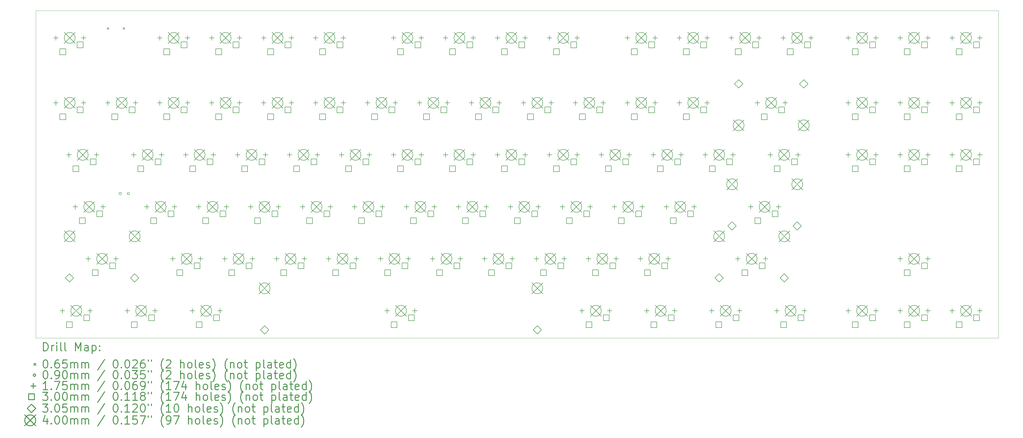
<source format=gbr>
%FSLAX45Y45*%
G04 Gerber Fmt 4.5, Leading zero omitted, Abs format (unit mm)*
G04 Created by KiCad (PCBNEW (5.1.2)-1) date 2021-11-11 01:19:03*
%MOMM*%
%LPD*%
G04 APERTURE LIST*
%ADD10C,0.099060*%
%ADD11C,0.200000*%
%ADD12C,0.300000*%
G04 APERTURE END LIST*
D10*
X9320000Y-4000000D02*
X41200000Y-4000000D01*
X9320000Y-4000000D02*
X8360000Y-4000000D01*
X5900000Y-16000000D02*
X41200000Y-16000000D01*
X5900000Y-4000000D02*
X8360000Y-4000000D01*
X41200000Y-16000000D02*
X41200000Y-4000000D01*
X5900000Y-4000000D02*
X5900000Y-16000000D01*
D11*
X8517700Y-4622600D02*
X8582700Y-4687600D01*
X8582700Y-4622600D02*
X8517700Y-4687600D01*
X9095700Y-4622600D02*
X9160700Y-4687600D01*
X9160700Y-4622600D02*
X9095700Y-4687600D01*
X9039000Y-10704300D02*
G75*
G03X9039000Y-10704300I-45000J0D01*
G01*
X9339000Y-10704300D02*
G75*
G03X9339000Y-10704300I-45000J0D01*
G01*
X22828200Y-9199500D02*
X22828200Y-9374500D01*
X22740700Y-9287000D02*
X22915700Y-9287000D01*
X23844200Y-9199500D02*
X23844200Y-9374500D01*
X23756700Y-9287000D02*
X23931700Y-9287000D01*
X16637000Y-13009500D02*
X16637000Y-13184500D01*
X16549500Y-13097000D02*
X16724500Y-13097000D01*
X17653000Y-13009500D02*
X17653000Y-13184500D01*
X17565500Y-13097000D02*
X17740500Y-13097000D01*
X9255120Y-14914500D02*
X9255120Y-15089500D01*
X9167620Y-15002000D02*
X9342620Y-15002000D01*
X10271120Y-14914500D02*
X10271120Y-15089500D01*
X10183620Y-15002000D02*
X10358620Y-15002000D01*
X11398200Y-9199500D02*
X11398200Y-9374500D01*
X11310700Y-9287000D02*
X11485700Y-9287000D01*
X12414200Y-9199500D02*
X12414200Y-9374500D01*
X12326700Y-9287000D02*
X12501700Y-9287000D01*
X35687000Y-9199500D02*
X35687000Y-9374500D01*
X35599500Y-9287000D02*
X35774500Y-9287000D01*
X36703000Y-9199500D02*
X36703000Y-9374500D01*
X36615500Y-9287000D02*
X36790500Y-9287000D01*
X39497000Y-9199500D02*
X39497000Y-9374500D01*
X39409500Y-9287000D02*
X39584500Y-9287000D01*
X40513000Y-9199500D02*
X40513000Y-9374500D01*
X40425500Y-9287000D02*
X40600500Y-9287000D01*
X31638900Y-13009500D02*
X31638900Y-13184500D01*
X31551400Y-13097000D02*
X31726400Y-13097000D01*
X32654900Y-13009500D02*
X32654900Y-13184500D01*
X32567400Y-13097000D02*
X32742400Y-13097000D01*
X19494500Y-11104500D02*
X19494500Y-11279500D01*
X19407000Y-11192000D02*
X19582000Y-11192000D01*
X20510500Y-11104500D02*
X20510500Y-11279500D01*
X20423000Y-11192000D02*
X20598000Y-11192000D01*
X27590750Y-4913250D02*
X27590750Y-5088250D01*
X27503250Y-5000750D02*
X27678250Y-5000750D01*
X28606750Y-4913250D02*
X28606750Y-5088250D01*
X28519250Y-5000750D02*
X28694250Y-5000750D01*
X16160800Y-7294500D02*
X16160800Y-7469500D01*
X16073300Y-7382000D02*
X16248300Y-7382000D01*
X17176800Y-7294500D02*
X17176800Y-7469500D01*
X17089300Y-7382000D02*
X17264300Y-7382000D01*
X28305100Y-14914500D02*
X28305100Y-15089500D01*
X28217600Y-15002000D02*
X28392600Y-15002000D01*
X29321100Y-14914500D02*
X29321100Y-15089500D01*
X29233600Y-15002000D02*
X29408600Y-15002000D01*
X20923200Y-9199500D02*
X20923200Y-9374500D01*
X20835700Y-9287000D02*
X21010700Y-9287000D01*
X21939200Y-9199500D02*
X21939200Y-9374500D01*
X21851700Y-9287000D02*
X22026700Y-9287000D01*
X35687000Y-7294500D02*
X35687000Y-7469500D01*
X35599500Y-7382000D02*
X35774500Y-7382000D01*
X36703000Y-7294500D02*
X36703000Y-7469500D01*
X36615500Y-7382000D02*
X36790500Y-7382000D01*
X23780800Y-7294500D02*
X23780800Y-7469500D01*
X23693300Y-7382000D02*
X23868300Y-7382000D01*
X24796800Y-7294500D02*
X24796800Y-7469500D01*
X24709300Y-7382000D02*
X24884300Y-7382000D01*
X15684500Y-11104500D02*
X15684500Y-11279500D01*
X15597000Y-11192000D02*
X15772000Y-11192000D01*
X16700500Y-11104500D02*
X16700500Y-11279500D01*
X16613000Y-11192000D02*
X16788000Y-11192000D01*
X22828250Y-4913250D02*
X22828250Y-5088250D01*
X22740750Y-5000750D02*
X22915750Y-5000750D01*
X23844250Y-4913250D02*
X23844250Y-5088250D01*
X23756750Y-5000750D02*
X23931750Y-5000750D01*
X6635750Y-7294500D02*
X6635750Y-7469500D01*
X6548250Y-7382000D02*
X6723250Y-7382000D01*
X7651750Y-7294500D02*
X7651750Y-7469500D01*
X7564250Y-7382000D02*
X7739250Y-7382000D01*
X25923900Y-14914500D02*
X25923900Y-15089500D01*
X25836400Y-15002000D02*
X26011400Y-15002000D01*
X26939900Y-14914500D02*
X26939900Y-15089500D01*
X26852400Y-15002000D02*
X27027400Y-15002000D01*
X17113200Y-9199500D02*
X17113200Y-9374500D01*
X17025700Y-9287000D02*
X17200700Y-9287000D01*
X18129200Y-9199500D02*
X18129200Y-9374500D01*
X18041700Y-9287000D02*
X18216700Y-9287000D01*
X12350750Y-4913250D02*
X12350750Y-5088250D01*
X12263250Y-5000750D02*
X12438250Y-5000750D01*
X13366750Y-4913250D02*
X13366750Y-5088250D01*
X13279250Y-5000750D02*
X13454250Y-5000750D01*
X20923250Y-4913250D02*
X20923250Y-5088250D01*
X20835750Y-5000750D02*
X21010750Y-5000750D01*
X21939250Y-4913250D02*
X21939250Y-5088250D01*
X21851750Y-5000750D02*
X22026750Y-5000750D01*
X7823200Y-13009500D02*
X7823200Y-13184500D01*
X7735700Y-13097000D02*
X7910700Y-13097000D01*
X8839200Y-13009500D02*
X8839200Y-13184500D01*
X8751700Y-13097000D02*
X8926700Y-13097000D01*
X29019500Y-11104500D02*
X29019500Y-11279500D01*
X28932000Y-11192000D02*
X29107000Y-11192000D01*
X30035500Y-11104500D02*
X30035500Y-11279500D01*
X29948000Y-11192000D02*
X30123000Y-11192000D01*
X29495750Y-4913250D02*
X29495750Y-5088250D01*
X29408250Y-5000750D02*
X29583250Y-5000750D01*
X30511750Y-4913250D02*
X30511750Y-5088250D01*
X30424250Y-5000750D02*
X30599250Y-5000750D01*
X27590800Y-7294500D02*
X27590800Y-7469500D01*
X27503300Y-7382000D02*
X27678300Y-7382000D01*
X28606800Y-7294500D02*
X28606800Y-7469500D01*
X28519300Y-7382000D02*
X28694300Y-7382000D01*
X25209500Y-11104500D02*
X25209500Y-11279500D01*
X25122000Y-11192000D02*
X25297000Y-11192000D01*
X26225500Y-11104500D02*
X26225500Y-11279500D01*
X26138000Y-11192000D02*
X26313000Y-11192000D01*
X33305750Y-4913250D02*
X33305750Y-5088250D01*
X33218250Y-5000750D02*
X33393250Y-5000750D01*
X34321750Y-4913250D02*
X34321750Y-5088250D01*
X34234250Y-5000750D02*
X34409250Y-5000750D01*
X7112000Y-9199500D02*
X7112000Y-9374500D01*
X7024500Y-9287000D02*
X7199500Y-9287000D01*
X8128000Y-9199500D02*
X8128000Y-9374500D01*
X8040500Y-9287000D02*
X8215500Y-9287000D01*
X21875800Y-7294500D02*
X21875800Y-7469500D01*
X21788300Y-7382000D02*
X21963300Y-7382000D01*
X22891800Y-7294500D02*
X22891800Y-7469500D01*
X22804300Y-7382000D02*
X22979300Y-7382000D01*
X24257000Y-13009500D02*
X24257000Y-13184500D01*
X24169500Y-13097000D02*
X24344500Y-13097000D01*
X25273000Y-13009500D02*
X25273000Y-13184500D01*
X25185500Y-13097000D02*
X25360500Y-13097000D01*
X30685100Y-14914500D02*
X30685100Y-15089500D01*
X30597600Y-15002000D02*
X30772600Y-15002000D01*
X31701100Y-14914500D02*
X31701100Y-15089500D01*
X31613600Y-15002000D02*
X31788600Y-15002000D01*
X6635750Y-4913250D02*
X6635750Y-5088250D01*
X6548250Y-5000750D02*
X6723250Y-5000750D01*
X7651750Y-4913250D02*
X7651750Y-5088250D01*
X7564250Y-5000750D02*
X7739250Y-5000750D01*
X18780100Y-14914500D02*
X18780100Y-15089500D01*
X18692600Y-15002000D02*
X18867600Y-15002000D01*
X19796100Y-14914500D02*
X19796100Y-15089500D01*
X19708600Y-15002000D02*
X19883600Y-15002000D01*
X9969500Y-11104500D02*
X9969500Y-11279500D01*
X9882000Y-11192000D02*
X10057000Y-11192000D01*
X10985500Y-11104500D02*
X10985500Y-11279500D01*
X10898000Y-11192000D02*
X11073000Y-11192000D01*
X31400750Y-4913250D02*
X31400750Y-5088250D01*
X31313250Y-5000750D02*
X31488250Y-5000750D01*
X32416750Y-4913250D02*
X32416750Y-5088250D01*
X32329250Y-5000750D02*
X32504250Y-5000750D01*
X22352000Y-13009500D02*
X22352000Y-13184500D01*
X22264500Y-13097000D02*
X22439500Y-13097000D01*
X23368000Y-13009500D02*
X23368000Y-13184500D01*
X23280500Y-13097000D02*
X23455500Y-13097000D01*
X13303200Y-9199500D02*
X13303200Y-9374500D01*
X13215700Y-9287000D02*
X13390700Y-9287000D01*
X14319200Y-9199500D02*
X14319200Y-9374500D01*
X14231700Y-9287000D02*
X14406700Y-9287000D01*
X24733250Y-4913250D02*
X24733250Y-5088250D01*
X24645750Y-5000750D02*
X24820750Y-5000750D01*
X25749250Y-4913250D02*
X25749250Y-5088250D01*
X25661750Y-5000750D02*
X25836750Y-5000750D01*
X37592000Y-13009500D02*
X37592000Y-13184500D01*
X37504500Y-13097000D02*
X37679500Y-13097000D01*
X38608000Y-13009500D02*
X38608000Y-13184500D01*
X38520500Y-13097000D02*
X38695500Y-13097000D01*
X19018200Y-9199500D02*
X19018200Y-9374500D01*
X18930700Y-9287000D02*
X19105700Y-9287000D01*
X20034200Y-9199500D02*
X20034200Y-9374500D01*
X19946700Y-9287000D02*
X20121700Y-9287000D01*
X37592000Y-4913250D02*
X37592000Y-5088250D01*
X37504500Y-5000750D02*
X37679500Y-5000750D01*
X38608000Y-4913250D02*
X38608000Y-5088250D01*
X38520500Y-5000750D02*
X38695500Y-5000750D01*
X39497000Y-14914500D02*
X39497000Y-15089500D01*
X39409500Y-15002000D02*
X39584500Y-15002000D01*
X40513000Y-14914500D02*
X40513000Y-15089500D01*
X40425500Y-15002000D02*
X40600500Y-15002000D01*
X6873880Y-14914500D02*
X6873880Y-15089500D01*
X6786380Y-15002000D02*
X6961380Y-15002000D01*
X7889880Y-14914500D02*
X7889880Y-15089500D01*
X7802380Y-15002000D02*
X7977380Y-15002000D01*
X30448200Y-9199500D02*
X30448200Y-9374500D01*
X30360700Y-9287000D02*
X30535700Y-9287000D01*
X31464200Y-9199500D02*
X31464200Y-9374500D01*
X31376700Y-9287000D02*
X31551700Y-9287000D01*
X37592000Y-9199500D02*
X37592000Y-9374500D01*
X37504500Y-9287000D02*
X37679500Y-9287000D01*
X38608000Y-9199500D02*
X38608000Y-9374500D01*
X38520500Y-9287000D02*
X38695500Y-9287000D01*
X25685800Y-7294500D02*
X25685800Y-7469500D01*
X25598300Y-7382000D02*
X25773300Y-7382000D01*
X26701800Y-7294500D02*
X26701800Y-7469500D01*
X26614300Y-7382000D02*
X26789300Y-7382000D01*
X28543200Y-9199500D02*
X28543200Y-9374500D01*
X28455700Y-9287000D02*
X28630700Y-9287000D01*
X29559200Y-9199500D02*
X29559200Y-9374500D01*
X29471700Y-9287000D02*
X29646700Y-9287000D01*
X26162000Y-13009500D02*
X26162000Y-13184500D01*
X26074500Y-13097000D02*
X26249500Y-13097000D01*
X27178000Y-13009500D02*
X27178000Y-13184500D01*
X27090500Y-13097000D02*
X27265500Y-13097000D01*
X35687000Y-14914500D02*
X35687000Y-15089500D01*
X35599500Y-15002000D02*
X35774500Y-15002000D01*
X36703000Y-14914500D02*
X36703000Y-15089500D01*
X36615500Y-15002000D02*
X36790500Y-15002000D01*
X8540750Y-7294500D02*
X8540750Y-7469500D01*
X8453250Y-7382000D02*
X8628250Y-7382000D01*
X9556750Y-7294500D02*
X9556750Y-7469500D01*
X9469250Y-7382000D02*
X9644250Y-7382000D01*
X24733200Y-9199500D02*
X24733200Y-9374500D01*
X24645700Y-9287000D02*
X24820700Y-9287000D01*
X25749200Y-9199500D02*
X25749200Y-9374500D01*
X25661700Y-9287000D02*
X25836700Y-9287000D01*
X23304500Y-11104500D02*
X23304500Y-11279500D01*
X23217000Y-11192000D02*
X23392000Y-11192000D01*
X24320500Y-11104500D02*
X24320500Y-11279500D01*
X24233000Y-11192000D02*
X24408000Y-11192000D01*
X19018250Y-4913250D02*
X19018250Y-5088250D01*
X18930750Y-5000750D02*
X19105750Y-5000750D01*
X20034250Y-4913250D02*
X20034250Y-5088250D01*
X19946750Y-5000750D02*
X20121750Y-5000750D01*
X14255800Y-7294500D02*
X14255800Y-7469500D01*
X14168300Y-7382000D02*
X14343300Y-7382000D01*
X15271800Y-7294500D02*
X15271800Y-7469500D01*
X15184300Y-7382000D02*
X15359300Y-7382000D01*
X32829500Y-9199500D02*
X32829500Y-9374500D01*
X32742000Y-9287000D02*
X32917000Y-9287000D01*
X33845500Y-9199500D02*
X33845500Y-9374500D01*
X33758000Y-9287000D02*
X33933000Y-9287000D01*
X12827000Y-13009500D02*
X12827000Y-13184500D01*
X12739500Y-13097000D02*
X12914500Y-13097000D01*
X13843000Y-13009500D02*
X13843000Y-13184500D01*
X13755500Y-13097000D02*
X13930500Y-13097000D01*
X12350800Y-7294500D02*
X12350800Y-7469500D01*
X12263300Y-7382000D02*
X12438300Y-7382000D01*
X13366800Y-7294500D02*
X13366800Y-7469500D01*
X13279300Y-7382000D02*
X13454300Y-7382000D01*
X32353300Y-7294500D02*
X32353300Y-7469500D01*
X32265800Y-7382000D02*
X32440800Y-7382000D01*
X33369300Y-7294500D02*
X33369300Y-7469500D01*
X33281800Y-7382000D02*
X33456800Y-7382000D01*
X10922000Y-13009500D02*
X10922000Y-13184500D01*
X10834500Y-13097000D02*
X11009500Y-13097000D01*
X11938000Y-13009500D02*
X11938000Y-13184500D01*
X11850500Y-13097000D02*
X12025500Y-13097000D01*
X39497000Y-7294500D02*
X39497000Y-7469500D01*
X39409500Y-7382000D02*
X39584500Y-7382000D01*
X40513000Y-7294500D02*
X40513000Y-7469500D01*
X40425500Y-7382000D02*
X40600500Y-7382000D01*
X18542000Y-13009500D02*
X18542000Y-13184500D01*
X18454500Y-13097000D02*
X18629500Y-13097000D01*
X19558000Y-13009500D02*
X19558000Y-13184500D01*
X19470500Y-13097000D02*
X19645500Y-13097000D01*
X26638200Y-9199500D02*
X26638200Y-9374500D01*
X26550700Y-9287000D02*
X26725700Y-9287000D01*
X27654200Y-9199500D02*
X27654200Y-9374500D01*
X27566700Y-9287000D02*
X27741700Y-9287000D01*
X21399500Y-11104500D02*
X21399500Y-11279500D01*
X21312000Y-11192000D02*
X21487000Y-11192000D01*
X22415500Y-11104500D02*
X22415500Y-11279500D01*
X22328000Y-11192000D02*
X22503000Y-11192000D01*
X11636400Y-14914500D02*
X11636400Y-15089500D01*
X11548900Y-15002000D02*
X11723900Y-15002000D01*
X12652400Y-14914500D02*
X12652400Y-15089500D01*
X12564900Y-15002000D02*
X12739900Y-15002000D01*
X11874500Y-11104500D02*
X11874500Y-11279500D01*
X11787000Y-11192000D02*
X11962000Y-11192000D01*
X12890500Y-11104500D02*
X12890500Y-11279500D01*
X12803000Y-11192000D02*
X12978000Y-11192000D01*
X35687000Y-4913250D02*
X35687000Y-5088250D01*
X35599500Y-5000750D02*
X35774500Y-5000750D01*
X36703000Y-4913250D02*
X36703000Y-5088250D01*
X36615500Y-5000750D02*
X36790500Y-5000750D01*
X39497000Y-4913250D02*
X39497000Y-5088250D01*
X39409500Y-5000750D02*
X39584500Y-5000750D01*
X40513000Y-4913250D02*
X40513000Y-5088250D01*
X40425500Y-5000750D02*
X40600500Y-5000750D01*
X32115100Y-11104500D02*
X32115100Y-11279500D01*
X32027600Y-11192000D02*
X32202600Y-11192000D01*
X33131100Y-11104500D02*
X33131100Y-11279500D01*
X33043600Y-11192000D02*
X33218600Y-11192000D01*
X17589500Y-11104500D02*
X17589500Y-11279500D01*
X17502000Y-11192000D02*
X17677000Y-11192000D01*
X18605500Y-11104500D02*
X18605500Y-11279500D01*
X18518000Y-11192000D02*
X18693000Y-11192000D01*
X16160750Y-4913250D02*
X16160750Y-5088250D01*
X16073250Y-5000750D02*
X16248250Y-5000750D01*
X17176750Y-4913250D02*
X17176750Y-5088250D01*
X17089250Y-5000750D02*
X17264250Y-5000750D01*
X10445800Y-7294500D02*
X10445800Y-7469500D01*
X10358300Y-7382000D02*
X10533300Y-7382000D01*
X11461800Y-7294500D02*
X11461800Y-7469500D01*
X11374300Y-7382000D02*
X11549300Y-7382000D01*
X7350250Y-11104500D02*
X7350250Y-11279500D01*
X7262750Y-11192000D02*
X7437750Y-11192000D01*
X8366250Y-11104500D02*
X8366250Y-11279500D01*
X8278750Y-11192000D02*
X8453750Y-11192000D01*
X9493200Y-9199500D02*
X9493200Y-9374500D01*
X9405700Y-9287000D02*
X9580700Y-9287000D01*
X10509200Y-9199500D02*
X10509200Y-9374500D01*
X10421700Y-9287000D02*
X10596700Y-9287000D01*
X37592000Y-7294500D02*
X37592000Y-7469500D01*
X37504500Y-7382000D02*
X37679500Y-7382000D01*
X38608000Y-7294500D02*
X38608000Y-7469500D01*
X38520500Y-7382000D02*
X38695500Y-7382000D01*
X29495800Y-7294500D02*
X29495800Y-7469500D01*
X29408300Y-7382000D02*
X29583300Y-7382000D01*
X30511800Y-7294500D02*
X30511800Y-7469500D01*
X30424300Y-7382000D02*
X30599300Y-7382000D01*
X13779500Y-11104500D02*
X13779500Y-11279500D01*
X13692000Y-11192000D02*
X13867000Y-11192000D01*
X14795500Y-11104500D02*
X14795500Y-11279500D01*
X14708000Y-11192000D02*
X14883000Y-11192000D01*
X18065800Y-7294500D02*
X18065800Y-7469500D01*
X17978300Y-7382000D02*
X18153300Y-7382000D01*
X19081800Y-7294500D02*
X19081800Y-7469500D01*
X18994300Y-7382000D02*
X19169300Y-7382000D01*
X15208200Y-9199500D02*
X15208200Y-9374500D01*
X15120700Y-9287000D02*
X15295700Y-9287000D01*
X16224200Y-9199500D02*
X16224200Y-9374500D01*
X16136700Y-9287000D02*
X16311700Y-9287000D01*
X10445750Y-4913250D02*
X10445750Y-5088250D01*
X10358250Y-5000750D02*
X10533250Y-5000750D01*
X11461750Y-4913250D02*
X11461750Y-5088250D01*
X11374250Y-5000750D02*
X11549250Y-5000750D01*
X37592000Y-14914500D02*
X37592000Y-15089500D01*
X37504500Y-15002000D02*
X37679500Y-15002000D01*
X38608000Y-14914500D02*
X38608000Y-15089500D01*
X38520500Y-15002000D02*
X38695500Y-15002000D01*
X27114500Y-11104500D02*
X27114500Y-11279500D01*
X27027000Y-11192000D02*
X27202000Y-11192000D01*
X28130500Y-11104500D02*
X28130500Y-11279500D01*
X28043000Y-11192000D02*
X28218000Y-11192000D01*
X14255750Y-4913250D02*
X14255750Y-5088250D01*
X14168250Y-5000750D02*
X14343250Y-5000750D01*
X15271750Y-4913250D02*
X15271750Y-5088250D01*
X15184250Y-5000750D02*
X15359250Y-5000750D01*
X19970800Y-7294500D02*
X19970800Y-7469500D01*
X19883300Y-7382000D02*
X20058300Y-7382000D01*
X20986800Y-7294500D02*
X20986800Y-7469500D01*
X20899300Y-7382000D02*
X21074300Y-7382000D01*
X14732000Y-13009500D02*
X14732000Y-13184500D01*
X14644500Y-13097000D02*
X14819500Y-13097000D01*
X15748000Y-13009500D02*
X15748000Y-13184500D01*
X15660500Y-13097000D02*
X15835500Y-13097000D01*
X20447000Y-13009500D02*
X20447000Y-13184500D01*
X20359500Y-13097000D02*
X20534500Y-13097000D01*
X21463000Y-13009500D02*
X21463000Y-13184500D01*
X21375500Y-13097000D02*
X21550500Y-13097000D01*
X33066400Y-14914500D02*
X33066400Y-15089500D01*
X32978900Y-15002000D02*
X33153900Y-15002000D01*
X34082400Y-14914500D02*
X34082400Y-15089500D01*
X33994900Y-15002000D02*
X34169900Y-15002000D01*
X28067000Y-13009500D02*
X28067000Y-13184500D01*
X27979500Y-13097000D02*
X28154500Y-13097000D01*
X29083000Y-13009500D02*
X29083000Y-13184500D01*
X28995500Y-13097000D02*
X29170500Y-13097000D01*
X8900817Y-7996067D02*
X8900817Y-7783933D01*
X8688683Y-7783933D01*
X8688683Y-7996067D01*
X8900817Y-7996067D01*
X9535817Y-7742067D02*
X9535817Y-7529933D01*
X9323683Y-7529933D01*
X9323683Y-7742067D01*
X9535817Y-7742067D01*
X25093267Y-9901067D02*
X25093267Y-9688933D01*
X24881133Y-9688933D01*
X24881133Y-9901067D01*
X25093267Y-9901067D01*
X25728267Y-9647067D02*
X25728267Y-9434933D01*
X25516133Y-9434933D01*
X25516133Y-9647067D01*
X25728267Y-9647067D01*
X23664567Y-11806067D02*
X23664567Y-11593933D01*
X23452433Y-11593933D01*
X23452433Y-11806067D01*
X23664567Y-11806067D01*
X24299567Y-11552067D02*
X24299567Y-11339933D01*
X24087433Y-11339933D01*
X24087433Y-11552067D01*
X24299567Y-11552067D01*
X19378317Y-5614817D02*
X19378317Y-5402683D01*
X19166183Y-5402683D01*
X19166183Y-5614817D01*
X19378317Y-5614817D01*
X20013317Y-5360817D02*
X20013317Y-5148683D01*
X19801183Y-5148683D01*
X19801183Y-5360817D01*
X20013317Y-5360817D01*
X14615867Y-7996067D02*
X14615867Y-7783933D01*
X14403733Y-7783933D01*
X14403733Y-7996067D01*
X14615867Y-7996067D01*
X15250867Y-7742067D02*
X15250867Y-7529933D01*
X15038733Y-7529933D01*
X15038733Y-7742067D01*
X15250867Y-7742067D01*
X33189567Y-9901067D02*
X33189567Y-9688933D01*
X32977433Y-9688933D01*
X32977433Y-9901067D01*
X33189567Y-9901067D01*
X33824567Y-9647067D02*
X33824567Y-9434933D01*
X33612433Y-9434933D01*
X33612433Y-9647067D01*
X33824567Y-9647067D01*
X13187067Y-13711067D02*
X13187067Y-13498933D01*
X12974933Y-13498933D01*
X12974933Y-13711067D01*
X13187067Y-13711067D01*
X13822067Y-13457067D02*
X13822067Y-13244933D01*
X13609933Y-13244933D01*
X13609933Y-13457067D01*
X13822067Y-13457067D01*
X12710867Y-7996067D02*
X12710867Y-7783933D01*
X12498733Y-7783933D01*
X12498733Y-7996067D01*
X12710867Y-7996067D01*
X13345867Y-7742067D02*
X13345867Y-7529933D01*
X13133733Y-7529933D01*
X13133733Y-7742067D01*
X13345867Y-7742067D01*
X32713367Y-7996067D02*
X32713367Y-7783933D01*
X32501233Y-7783933D01*
X32501233Y-7996067D01*
X32713367Y-7996067D01*
X33348367Y-7742067D02*
X33348367Y-7529933D01*
X33136233Y-7529933D01*
X33136233Y-7742067D01*
X33348367Y-7742067D01*
X11282067Y-13711067D02*
X11282067Y-13498933D01*
X11069933Y-13498933D01*
X11069933Y-13711067D01*
X11282067Y-13711067D01*
X11917067Y-13457067D02*
X11917067Y-13244933D01*
X11704933Y-13244933D01*
X11704933Y-13457067D01*
X11917067Y-13457067D01*
X39857067Y-7996067D02*
X39857067Y-7783933D01*
X39644933Y-7783933D01*
X39644933Y-7996067D01*
X39857067Y-7996067D01*
X40492067Y-7742067D02*
X40492067Y-7529933D01*
X40279933Y-7529933D01*
X40279933Y-7742067D01*
X40492067Y-7742067D01*
X18902067Y-13711067D02*
X18902067Y-13498933D01*
X18689933Y-13498933D01*
X18689933Y-13711067D01*
X18902067Y-13711067D01*
X19537067Y-13457067D02*
X19537067Y-13244933D01*
X19324933Y-13244933D01*
X19324933Y-13457067D01*
X19537067Y-13457067D01*
X26998267Y-9901067D02*
X26998267Y-9688933D01*
X26786133Y-9688933D01*
X26786133Y-9901067D01*
X26998267Y-9901067D01*
X27633267Y-9647067D02*
X27633267Y-9434933D01*
X27421133Y-9434933D01*
X27421133Y-9647067D01*
X27633267Y-9647067D01*
X21759567Y-11806067D02*
X21759567Y-11593933D01*
X21547433Y-11593933D01*
X21547433Y-11806067D01*
X21759567Y-11806067D01*
X22394567Y-11552067D02*
X22394567Y-11339933D01*
X22182433Y-11339933D01*
X22182433Y-11552067D01*
X22394567Y-11552067D01*
X11996467Y-15616067D02*
X11996467Y-15403933D01*
X11784333Y-15403933D01*
X11784333Y-15616067D01*
X11996467Y-15616067D01*
X12631467Y-15362067D02*
X12631467Y-15149933D01*
X12419333Y-15149933D01*
X12419333Y-15362067D01*
X12631467Y-15362067D01*
X12234567Y-11806067D02*
X12234567Y-11593933D01*
X12022433Y-11593933D01*
X12022433Y-11806067D01*
X12234567Y-11806067D01*
X12869567Y-11552067D02*
X12869567Y-11339933D01*
X12657433Y-11339933D01*
X12657433Y-11552067D01*
X12869567Y-11552067D01*
X36047067Y-5614817D02*
X36047067Y-5402683D01*
X35834933Y-5402683D01*
X35834933Y-5614817D01*
X36047067Y-5614817D01*
X36682067Y-5360817D02*
X36682067Y-5148683D01*
X36469933Y-5148683D01*
X36469933Y-5360817D01*
X36682067Y-5360817D01*
X39857067Y-5614817D02*
X39857067Y-5402683D01*
X39644933Y-5402683D01*
X39644933Y-5614817D01*
X39857067Y-5614817D01*
X40492067Y-5360817D02*
X40492067Y-5148683D01*
X40279933Y-5148683D01*
X40279933Y-5360817D01*
X40492067Y-5360817D01*
X32475167Y-11806067D02*
X32475167Y-11593933D01*
X32263033Y-11593933D01*
X32263033Y-11806067D01*
X32475167Y-11806067D01*
X33110167Y-11552067D02*
X33110167Y-11339933D01*
X32898033Y-11339933D01*
X32898033Y-11552067D01*
X33110167Y-11552067D01*
X17949567Y-11806067D02*
X17949567Y-11593933D01*
X17737433Y-11593933D01*
X17737433Y-11806067D01*
X17949567Y-11806067D01*
X18584567Y-11552067D02*
X18584567Y-11339933D01*
X18372433Y-11339933D01*
X18372433Y-11552067D01*
X18584567Y-11552067D01*
X16520817Y-5614817D02*
X16520817Y-5402683D01*
X16308683Y-5402683D01*
X16308683Y-5614817D01*
X16520817Y-5614817D01*
X17155817Y-5360817D02*
X17155817Y-5148683D01*
X16943683Y-5148683D01*
X16943683Y-5360817D01*
X17155817Y-5360817D01*
X10805867Y-7996067D02*
X10805867Y-7783933D01*
X10593733Y-7783933D01*
X10593733Y-7996067D01*
X10805867Y-7996067D01*
X11440867Y-7742067D02*
X11440867Y-7529933D01*
X11228733Y-7529933D01*
X11228733Y-7742067D01*
X11440867Y-7742067D01*
X7710317Y-11806067D02*
X7710317Y-11593933D01*
X7498183Y-11593933D01*
X7498183Y-11806067D01*
X7710317Y-11806067D01*
X8345317Y-11552067D02*
X8345317Y-11339933D01*
X8133183Y-11339933D01*
X8133183Y-11552067D01*
X8345317Y-11552067D01*
X9853267Y-9901067D02*
X9853267Y-9688933D01*
X9641133Y-9688933D01*
X9641133Y-9901067D01*
X9853267Y-9901067D01*
X10488267Y-9647067D02*
X10488267Y-9434933D01*
X10276133Y-9434933D01*
X10276133Y-9647067D01*
X10488267Y-9647067D01*
X37952067Y-7996067D02*
X37952067Y-7783933D01*
X37739933Y-7783933D01*
X37739933Y-7996067D01*
X37952067Y-7996067D01*
X38587067Y-7742067D02*
X38587067Y-7529933D01*
X38374933Y-7529933D01*
X38374933Y-7742067D01*
X38587067Y-7742067D01*
X29855867Y-7996067D02*
X29855867Y-7783933D01*
X29643733Y-7783933D01*
X29643733Y-7996067D01*
X29855867Y-7996067D01*
X30490867Y-7742067D02*
X30490867Y-7529933D01*
X30278733Y-7529933D01*
X30278733Y-7742067D01*
X30490867Y-7742067D01*
X14139567Y-11806067D02*
X14139567Y-11593933D01*
X13927433Y-11593933D01*
X13927433Y-11806067D01*
X14139567Y-11806067D01*
X14774567Y-11552067D02*
X14774567Y-11339933D01*
X14562433Y-11339933D01*
X14562433Y-11552067D01*
X14774567Y-11552067D01*
X18425867Y-7996067D02*
X18425867Y-7783933D01*
X18213733Y-7783933D01*
X18213733Y-7996067D01*
X18425867Y-7996067D01*
X19060867Y-7742067D02*
X19060867Y-7529933D01*
X18848733Y-7529933D01*
X18848733Y-7742067D01*
X19060867Y-7742067D01*
X15568267Y-9901067D02*
X15568267Y-9688933D01*
X15356133Y-9688933D01*
X15356133Y-9901067D01*
X15568267Y-9901067D01*
X16203267Y-9647067D02*
X16203267Y-9434933D01*
X15991133Y-9434933D01*
X15991133Y-9647067D01*
X16203267Y-9647067D01*
X10805817Y-5614817D02*
X10805817Y-5402683D01*
X10593683Y-5402683D01*
X10593683Y-5614817D01*
X10805817Y-5614817D01*
X11440817Y-5360817D02*
X11440817Y-5148683D01*
X11228683Y-5148683D01*
X11228683Y-5360817D01*
X11440817Y-5360817D01*
X37952067Y-15616067D02*
X37952067Y-15403933D01*
X37739933Y-15403933D01*
X37739933Y-15616067D01*
X37952067Y-15616067D01*
X38587067Y-15362067D02*
X38587067Y-15149933D01*
X38374933Y-15149933D01*
X38374933Y-15362067D01*
X38587067Y-15362067D01*
X27474567Y-11806067D02*
X27474567Y-11593933D01*
X27262433Y-11593933D01*
X27262433Y-11806067D01*
X27474567Y-11806067D01*
X28109567Y-11552067D02*
X28109567Y-11339933D01*
X27897433Y-11339933D01*
X27897433Y-11552067D01*
X28109567Y-11552067D01*
X14615817Y-5614817D02*
X14615817Y-5402683D01*
X14403683Y-5402683D01*
X14403683Y-5614817D01*
X14615817Y-5614817D01*
X15250817Y-5360817D02*
X15250817Y-5148683D01*
X15038683Y-5148683D01*
X15038683Y-5360817D01*
X15250817Y-5360817D01*
X20330867Y-7996067D02*
X20330867Y-7783933D01*
X20118733Y-7783933D01*
X20118733Y-7996067D01*
X20330867Y-7996067D01*
X20965867Y-7742067D02*
X20965867Y-7529933D01*
X20753733Y-7529933D01*
X20753733Y-7742067D01*
X20965867Y-7742067D01*
X15092067Y-13711067D02*
X15092067Y-13498933D01*
X14879933Y-13498933D01*
X14879933Y-13711067D01*
X15092067Y-13711067D01*
X15727067Y-13457067D02*
X15727067Y-13244933D01*
X15514933Y-13244933D01*
X15514933Y-13457067D01*
X15727067Y-13457067D01*
X20807067Y-13711067D02*
X20807067Y-13498933D01*
X20594933Y-13498933D01*
X20594933Y-13711067D01*
X20807067Y-13711067D01*
X21442067Y-13457067D02*
X21442067Y-13244933D01*
X21229933Y-13244933D01*
X21229933Y-13457067D01*
X21442067Y-13457067D01*
X33426467Y-15616067D02*
X33426467Y-15403933D01*
X33214333Y-15403933D01*
X33214333Y-15616067D01*
X33426467Y-15616067D01*
X34061467Y-15362067D02*
X34061467Y-15149933D01*
X33849333Y-15149933D01*
X33849333Y-15362067D01*
X34061467Y-15362067D01*
X28427067Y-13711067D02*
X28427067Y-13498933D01*
X28214933Y-13498933D01*
X28214933Y-13711067D01*
X28427067Y-13711067D01*
X29062067Y-13457067D02*
X29062067Y-13244933D01*
X28849933Y-13244933D01*
X28849933Y-13457067D01*
X29062067Y-13457067D01*
X23188267Y-9901067D02*
X23188267Y-9688933D01*
X22976133Y-9688933D01*
X22976133Y-9901067D01*
X23188267Y-9901067D01*
X23823267Y-9647067D02*
X23823267Y-9434933D01*
X23611133Y-9434933D01*
X23611133Y-9647067D01*
X23823267Y-9647067D01*
X16997067Y-13711067D02*
X16997067Y-13498933D01*
X16784933Y-13498933D01*
X16784933Y-13711067D01*
X16997067Y-13711067D01*
X17632067Y-13457067D02*
X17632067Y-13244933D01*
X17419933Y-13244933D01*
X17419933Y-13457067D01*
X17632067Y-13457067D01*
X9615187Y-15616067D02*
X9615187Y-15403933D01*
X9403053Y-15403933D01*
X9403053Y-15616067D01*
X9615187Y-15616067D01*
X10250187Y-15362067D02*
X10250187Y-15149933D01*
X10038053Y-15149933D01*
X10038053Y-15362067D01*
X10250187Y-15362067D01*
X11758267Y-9901067D02*
X11758267Y-9688933D01*
X11546133Y-9688933D01*
X11546133Y-9901067D01*
X11758267Y-9901067D01*
X12393267Y-9647067D02*
X12393267Y-9434933D01*
X12181133Y-9434933D01*
X12181133Y-9647067D01*
X12393267Y-9647067D01*
X36047067Y-9901067D02*
X36047067Y-9688933D01*
X35834933Y-9688933D01*
X35834933Y-9901067D01*
X36047067Y-9901067D01*
X36682067Y-9647067D02*
X36682067Y-9434933D01*
X36469933Y-9434933D01*
X36469933Y-9647067D01*
X36682067Y-9647067D01*
X39857067Y-9901067D02*
X39857067Y-9688933D01*
X39644933Y-9688933D01*
X39644933Y-9901067D01*
X39857067Y-9901067D01*
X40492067Y-9647067D02*
X40492067Y-9434933D01*
X40279933Y-9434933D01*
X40279933Y-9647067D01*
X40492067Y-9647067D01*
X31998967Y-13711067D02*
X31998967Y-13498933D01*
X31786833Y-13498933D01*
X31786833Y-13711067D01*
X31998967Y-13711067D01*
X32633967Y-13457067D02*
X32633967Y-13244933D01*
X32421833Y-13244933D01*
X32421833Y-13457067D01*
X32633967Y-13457067D01*
X19854567Y-11806067D02*
X19854567Y-11593933D01*
X19642433Y-11593933D01*
X19642433Y-11806067D01*
X19854567Y-11806067D01*
X20489567Y-11552067D02*
X20489567Y-11339933D01*
X20277433Y-11339933D01*
X20277433Y-11552067D01*
X20489567Y-11552067D01*
X27950817Y-5614817D02*
X27950817Y-5402683D01*
X27738683Y-5402683D01*
X27738683Y-5614817D01*
X27950817Y-5614817D01*
X28585817Y-5360817D02*
X28585817Y-5148683D01*
X28373683Y-5148683D01*
X28373683Y-5360817D01*
X28585817Y-5360817D01*
X16520867Y-7996067D02*
X16520867Y-7783933D01*
X16308733Y-7783933D01*
X16308733Y-7996067D01*
X16520867Y-7996067D01*
X17155867Y-7742067D02*
X17155867Y-7529933D01*
X16943733Y-7529933D01*
X16943733Y-7742067D01*
X17155867Y-7742067D01*
X28665167Y-15616067D02*
X28665167Y-15403933D01*
X28453033Y-15403933D01*
X28453033Y-15616067D01*
X28665167Y-15616067D01*
X29300167Y-15362067D02*
X29300167Y-15149933D01*
X29088033Y-15149933D01*
X29088033Y-15362067D01*
X29300167Y-15362067D01*
X21283267Y-9901067D02*
X21283267Y-9688933D01*
X21071133Y-9688933D01*
X21071133Y-9901067D01*
X21283267Y-9901067D01*
X21918267Y-9647067D02*
X21918267Y-9434933D01*
X21706133Y-9434933D01*
X21706133Y-9647067D01*
X21918267Y-9647067D01*
X36047067Y-7996067D02*
X36047067Y-7783933D01*
X35834933Y-7783933D01*
X35834933Y-7996067D01*
X36047067Y-7996067D01*
X36682067Y-7742067D02*
X36682067Y-7529933D01*
X36469933Y-7529933D01*
X36469933Y-7742067D01*
X36682067Y-7742067D01*
X24140867Y-7996067D02*
X24140867Y-7783933D01*
X23928733Y-7783933D01*
X23928733Y-7996067D01*
X24140867Y-7996067D01*
X24775867Y-7742067D02*
X24775867Y-7529933D01*
X24563733Y-7529933D01*
X24563733Y-7742067D01*
X24775867Y-7742067D01*
X16044567Y-11806067D02*
X16044567Y-11593933D01*
X15832433Y-11593933D01*
X15832433Y-11806067D01*
X16044567Y-11806067D01*
X16679567Y-11552067D02*
X16679567Y-11339933D01*
X16467433Y-11339933D01*
X16467433Y-11552067D01*
X16679567Y-11552067D01*
X23188317Y-5614817D02*
X23188317Y-5402683D01*
X22976183Y-5402683D01*
X22976183Y-5614817D01*
X23188317Y-5614817D01*
X23823317Y-5360817D02*
X23823317Y-5148683D01*
X23611183Y-5148683D01*
X23611183Y-5360817D01*
X23823317Y-5360817D01*
X6995817Y-7996067D02*
X6995817Y-7783933D01*
X6783683Y-7783933D01*
X6783683Y-7996067D01*
X6995817Y-7996067D01*
X7630817Y-7742067D02*
X7630817Y-7529933D01*
X7418683Y-7529933D01*
X7418683Y-7742067D01*
X7630817Y-7742067D01*
X26283967Y-15616067D02*
X26283967Y-15403933D01*
X26071833Y-15403933D01*
X26071833Y-15616067D01*
X26283967Y-15616067D01*
X26918967Y-15362067D02*
X26918967Y-15149933D01*
X26706833Y-15149933D01*
X26706833Y-15362067D01*
X26918967Y-15362067D01*
X17473267Y-9901067D02*
X17473267Y-9688933D01*
X17261133Y-9688933D01*
X17261133Y-9901067D01*
X17473267Y-9901067D01*
X18108267Y-9647067D02*
X18108267Y-9434933D01*
X17896133Y-9434933D01*
X17896133Y-9647067D01*
X18108267Y-9647067D01*
X12710817Y-5614817D02*
X12710817Y-5402683D01*
X12498683Y-5402683D01*
X12498683Y-5614817D01*
X12710817Y-5614817D01*
X13345817Y-5360817D02*
X13345817Y-5148683D01*
X13133683Y-5148683D01*
X13133683Y-5360817D01*
X13345817Y-5360817D01*
X21283317Y-5614817D02*
X21283317Y-5402683D01*
X21071183Y-5402683D01*
X21071183Y-5614817D01*
X21283317Y-5614817D01*
X21918317Y-5360817D02*
X21918317Y-5148683D01*
X21706183Y-5148683D01*
X21706183Y-5360817D01*
X21918317Y-5360817D01*
X8183267Y-13711067D02*
X8183267Y-13498933D01*
X7971133Y-13498933D01*
X7971133Y-13711067D01*
X8183267Y-13711067D01*
X8818267Y-13457067D02*
X8818267Y-13244933D01*
X8606133Y-13244933D01*
X8606133Y-13457067D01*
X8818267Y-13457067D01*
X29379567Y-11806067D02*
X29379567Y-11593933D01*
X29167433Y-11593933D01*
X29167433Y-11806067D01*
X29379567Y-11806067D01*
X30014567Y-11552067D02*
X30014567Y-11339933D01*
X29802433Y-11339933D01*
X29802433Y-11552067D01*
X30014567Y-11552067D01*
X29855817Y-5614817D02*
X29855817Y-5402683D01*
X29643683Y-5402683D01*
X29643683Y-5614817D01*
X29855817Y-5614817D01*
X30490817Y-5360817D02*
X30490817Y-5148683D01*
X30278683Y-5148683D01*
X30278683Y-5360817D01*
X30490817Y-5360817D01*
X27950867Y-7996067D02*
X27950867Y-7783933D01*
X27738733Y-7783933D01*
X27738733Y-7996067D01*
X27950867Y-7996067D01*
X28585867Y-7742067D02*
X28585867Y-7529933D01*
X28373733Y-7529933D01*
X28373733Y-7742067D01*
X28585867Y-7742067D01*
X25569567Y-11806067D02*
X25569567Y-11593933D01*
X25357433Y-11593933D01*
X25357433Y-11806067D01*
X25569567Y-11806067D01*
X26204567Y-11552067D02*
X26204567Y-11339933D01*
X25992433Y-11339933D01*
X25992433Y-11552067D01*
X26204567Y-11552067D01*
X33665817Y-5614817D02*
X33665817Y-5402683D01*
X33453683Y-5402683D01*
X33453683Y-5614817D01*
X33665817Y-5614817D01*
X34300817Y-5360817D02*
X34300817Y-5148683D01*
X34088683Y-5148683D01*
X34088683Y-5360817D01*
X34300817Y-5360817D01*
X7472067Y-9901067D02*
X7472067Y-9688933D01*
X7259933Y-9688933D01*
X7259933Y-9901067D01*
X7472067Y-9901067D01*
X8107067Y-9647067D02*
X8107067Y-9434933D01*
X7894933Y-9434933D01*
X7894933Y-9647067D01*
X8107067Y-9647067D01*
X22235867Y-7996067D02*
X22235867Y-7783933D01*
X22023733Y-7783933D01*
X22023733Y-7996067D01*
X22235867Y-7996067D01*
X22870867Y-7742067D02*
X22870867Y-7529933D01*
X22658733Y-7529933D01*
X22658733Y-7742067D01*
X22870867Y-7742067D01*
X24617067Y-13711067D02*
X24617067Y-13498933D01*
X24404933Y-13498933D01*
X24404933Y-13711067D01*
X24617067Y-13711067D01*
X25252067Y-13457067D02*
X25252067Y-13244933D01*
X25039933Y-13244933D01*
X25039933Y-13457067D01*
X25252067Y-13457067D01*
X31045167Y-15616067D02*
X31045167Y-15403933D01*
X30833033Y-15403933D01*
X30833033Y-15616067D01*
X31045167Y-15616067D01*
X31680167Y-15362067D02*
X31680167Y-15149933D01*
X31468033Y-15149933D01*
X31468033Y-15362067D01*
X31680167Y-15362067D01*
X6995817Y-5614817D02*
X6995817Y-5402683D01*
X6783683Y-5402683D01*
X6783683Y-5614817D01*
X6995817Y-5614817D01*
X7630817Y-5360817D02*
X7630817Y-5148683D01*
X7418683Y-5148683D01*
X7418683Y-5360817D01*
X7630817Y-5360817D01*
X19140167Y-15616067D02*
X19140167Y-15403933D01*
X18928033Y-15403933D01*
X18928033Y-15616067D01*
X19140167Y-15616067D01*
X19775167Y-15362067D02*
X19775167Y-15149933D01*
X19563033Y-15149933D01*
X19563033Y-15362067D01*
X19775167Y-15362067D01*
X10329567Y-11806067D02*
X10329567Y-11593933D01*
X10117433Y-11593933D01*
X10117433Y-11806067D01*
X10329567Y-11806067D01*
X10964567Y-11552067D02*
X10964567Y-11339933D01*
X10752433Y-11339933D01*
X10752433Y-11552067D01*
X10964567Y-11552067D01*
X31760817Y-5614817D02*
X31760817Y-5402683D01*
X31548683Y-5402683D01*
X31548683Y-5614817D01*
X31760817Y-5614817D01*
X32395817Y-5360817D02*
X32395817Y-5148683D01*
X32183683Y-5148683D01*
X32183683Y-5360817D01*
X32395817Y-5360817D01*
X22712067Y-13711067D02*
X22712067Y-13498933D01*
X22499933Y-13498933D01*
X22499933Y-13711067D01*
X22712067Y-13711067D01*
X23347067Y-13457067D02*
X23347067Y-13244933D01*
X23134933Y-13244933D01*
X23134933Y-13457067D01*
X23347067Y-13457067D01*
X13663267Y-9901067D02*
X13663267Y-9688933D01*
X13451133Y-9688933D01*
X13451133Y-9901067D01*
X13663267Y-9901067D01*
X14298267Y-9647067D02*
X14298267Y-9434933D01*
X14086133Y-9434933D01*
X14086133Y-9647067D01*
X14298267Y-9647067D01*
X25093317Y-5614817D02*
X25093317Y-5402683D01*
X24881183Y-5402683D01*
X24881183Y-5614817D01*
X25093317Y-5614817D01*
X25728317Y-5360817D02*
X25728317Y-5148683D01*
X25516183Y-5148683D01*
X25516183Y-5360817D01*
X25728317Y-5360817D01*
X37952067Y-13711067D02*
X37952067Y-13498933D01*
X37739933Y-13498933D01*
X37739933Y-13711067D01*
X37952067Y-13711067D01*
X38587067Y-13457067D02*
X38587067Y-13244933D01*
X38374933Y-13244933D01*
X38374933Y-13457067D01*
X38587067Y-13457067D01*
X19378267Y-9901067D02*
X19378267Y-9688933D01*
X19166133Y-9688933D01*
X19166133Y-9901067D01*
X19378267Y-9901067D01*
X20013267Y-9647067D02*
X20013267Y-9434933D01*
X19801133Y-9434933D01*
X19801133Y-9647067D01*
X20013267Y-9647067D01*
X37952067Y-5614817D02*
X37952067Y-5402683D01*
X37739933Y-5402683D01*
X37739933Y-5614817D01*
X37952067Y-5614817D01*
X38587067Y-5360817D02*
X38587067Y-5148683D01*
X38374933Y-5148683D01*
X38374933Y-5360817D01*
X38587067Y-5360817D01*
X39857067Y-15616067D02*
X39857067Y-15403933D01*
X39644933Y-15403933D01*
X39644933Y-15616067D01*
X39857067Y-15616067D01*
X40492067Y-15362067D02*
X40492067Y-15149933D01*
X40279933Y-15149933D01*
X40279933Y-15362067D01*
X40492067Y-15362067D01*
X7233947Y-15616067D02*
X7233947Y-15403933D01*
X7021813Y-15403933D01*
X7021813Y-15616067D01*
X7233947Y-15616067D01*
X7868947Y-15362067D02*
X7868947Y-15149933D01*
X7656813Y-15149933D01*
X7656813Y-15362067D01*
X7868947Y-15362067D01*
X30808267Y-9901067D02*
X30808267Y-9688933D01*
X30596133Y-9688933D01*
X30596133Y-9901067D01*
X30808267Y-9901067D01*
X31443267Y-9647067D02*
X31443267Y-9434933D01*
X31231133Y-9434933D01*
X31231133Y-9647067D01*
X31443267Y-9647067D01*
X37952067Y-9901067D02*
X37952067Y-9688933D01*
X37739933Y-9688933D01*
X37739933Y-9901067D01*
X37952067Y-9901067D01*
X38587067Y-9647067D02*
X38587067Y-9434933D01*
X38374933Y-9434933D01*
X38374933Y-9647067D01*
X38587067Y-9647067D01*
X26045867Y-7996067D02*
X26045867Y-7783933D01*
X25833733Y-7783933D01*
X25833733Y-7996067D01*
X26045867Y-7996067D01*
X26680867Y-7742067D02*
X26680867Y-7529933D01*
X26468733Y-7529933D01*
X26468733Y-7742067D01*
X26680867Y-7742067D01*
X28903267Y-9901067D02*
X28903267Y-9688933D01*
X28691133Y-9688933D01*
X28691133Y-9901067D01*
X28903267Y-9901067D01*
X29538267Y-9647067D02*
X29538267Y-9434933D01*
X29326133Y-9434933D01*
X29326133Y-9647067D01*
X29538267Y-9647067D01*
X26522067Y-13711067D02*
X26522067Y-13498933D01*
X26309933Y-13498933D01*
X26309933Y-13711067D01*
X26522067Y-13711067D01*
X27157067Y-13457067D02*
X27157067Y-13244933D01*
X26944933Y-13244933D01*
X26944933Y-13457067D01*
X27157067Y-13457067D01*
X36047067Y-15616067D02*
X36047067Y-15403933D01*
X35834933Y-15403933D01*
X35834933Y-15616067D01*
X36047067Y-15616067D01*
X36682067Y-15362067D02*
X36682067Y-15149933D01*
X36469933Y-15149933D01*
X36469933Y-15362067D01*
X36682067Y-15362067D01*
X31429300Y-12044500D02*
X31581800Y-11892000D01*
X31429300Y-11739500D01*
X31276800Y-11892000D01*
X31429300Y-12044500D01*
X33816900Y-12044500D02*
X33969400Y-11892000D01*
X33816900Y-11739500D01*
X33664400Y-11892000D01*
X33816900Y-12044500D01*
X30953100Y-13949500D02*
X31105600Y-13797000D01*
X30953100Y-13644500D01*
X30800600Y-13797000D01*
X30953100Y-13949500D01*
X33340700Y-13949500D02*
X33493200Y-13797000D01*
X33340700Y-13644500D01*
X33188200Y-13797000D01*
X33340700Y-13949500D01*
X7137400Y-13949500D02*
X7289900Y-13797000D01*
X7137400Y-13644500D01*
X6984900Y-13797000D01*
X7137400Y-13949500D01*
X9525000Y-13949500D02*
X9677500Y-13797000D01*
X9525000Y-13644500D01*
X9372500Y-13797000D01*
X9525000Y-13949500D01*
X14288100Y-15854500D02*
X14440600Y-15702000D01*
X14288100Y-15549500D01*
X14135600Y-15702000D01*
X14288100Y-15854500D01*
X24288100Y-15854500D02*
X24440600Y-15702000D01*
X24288100Y-15549500D01*
X24135600Y-15702000D01*
X24288100Y-15854500D01*
X31667500Y-6834500D02*
X31820000Y-6682000D01*
X31667500Y-6529500D01*
X31515000Y-6682000D01*
X31667500Y-6834500D01*
X34055100Y-6834500D02*
X34207600Y-6682000D01*
X34055100Y-6529500D01*
X33902600Y-6682000D01*
X34055100Y-6834500D01*
X33374400Y-14802000D02*
X33774400Y-15202000D01*
X33774400Y-14802000D02*
X33374400Y-15202000D01*
X33774400Y-15002000D02*
G75*
G03X33774400Y-15002000I-200000J0D01*
G01*
X28375000Y-12897000D02*
X28775000Y-13297000D01*
X28775000Y-12897000D02*
X28375000Y-13297000D01*
X28775000Y-13097000D02*
G75*
G03X28775000Y-13097000I-200000J0D01*
G01*
X23136200Y-9087000D02*
X23536200Y-9487000D01*
X23536200Y-9087000D02*
X23136200Y-9487000D01*
X23536200Y-9287000D02*
G75*
G03X23536200Y-9287000I-200000J0D01*
G01*
X16945000Y-12897000D02*
X17345000Y-13297000D01*
X17345000Y-12897000D02*
X16945000Y-13297000D01*
X17345000Y-13097000D02*
G75*
G03X17345000Y-13097000I-200000J0D01*
G01*
X9563120Y-14802000D02*
X9963120Y-15202000D01*
X9963120Y-14802000D02*
X9563120Y-15202000D01*
X9963120Y-15002000D02*
G75*
G03X9963120Y-15002000I-200000J0D01*
G01*
X11706200Y-9087000D02*
X12106200Y-9487000D01*
X12106200Y-9087000D02*
X11706200Y-9487000D01*
X12106200Y-9287000D02*
G75*
G03X12106200Y-9287000I-200000J0D01*
G01*
X35995000Y-9087000D02*
X36395000Y-9487000D01*
X36395000Y-9087000D02*
X35995000Y-9487000D01*
X36395000Y-9287000D02*
G75*
G03X36395000Y-9287000I-200000J0D01*
G01*
X39805000Y-9087000D02*
X40205000Y-9487000D01*
X40205000Y-9087000D02*
X39805000Y-9487000D01*
X40205000Y-9287000D02*
G75*
G03X40205000Y-9287000I-200000J0D01*
G01*
X30753100Y-12073000D02*
X31153100Y-12473000D01*
X31153100Y-12073000D02*
X30753100Y-12473000D01*
X31153100Y-12273000D02*
G75*
G03X31153100Y-12273000I-200000J0D01*
G01*
X31946900Y-12897000D02*
X32346900Y-13297000D01*
X32346900Y-12897000D02*
X31946900Y-13297000D01*
X32346900Y-13097000D02*
G75*
G03X32346900Y-13097000I-200000J0D01*
G01*
X33140700Y-12073000D02*
X33540700Y-12473000D01*
X33540700Y-12073000D02*
X33140700Y-12473000D01*
X33540700Y-12273000D02*
G75*
G03X33540700Y-12273000I-200000J0D01*
G01*
X19802500Y-10992000D02*
X20202500Y-11392000D01*
X20202500Y-10992000D02*
X19802500Y-11392000D01*
X20202500Y-11192000D02*
G75*
G03X20202500Y-11192000I-200000J0D01*
G01*
X27898750Y-4800750D02*
X28298750Y-5200750D01*
X28298750Y-4800750D02*
X27898750Y-5200750D01*
X28298750Y-5000750D02*
G75*
G03X28298750Y-5000750I-200000J0D01*
G01*
X16468800Y-7182000D02*
X16868800Y-7582000D01*
X16868800Y-7182000D02*
X16468800Y-7582000D01*
X16868800Y-7382000D02*
G75*
G03X16868800Y-7382000I-200000J0D01*
G01*
X28613100Y-14802000D02*
X29013100Y-15202000D01*
X29013100Y-14802000D02*
X28613100Y-15202000D01*
X29013100Y-15002000D02*
G75*
G03X29013100Y-15002000I-200000J0D01*
G01*
X21231200Y-9087000D02*
X21631200Y-9487000D01*
X21631200Y-9087000D02*
X21231200Y-9487000D01*
X21631200Y-9287000D02*
G75*
G03X21631200Y-9287000I-200000J0D01*
G01*
X35995000Y-7182000D02*
X36395000Y-7582000D01*
X36395000Y-7182000D02*
X35995000Y-7582000D01*
X36395000Y-7382000D02*
G75*
G03X36395000Y-7382000I-200000J0D01*
G01*
X24088800Y-7182000D02*
X24488800Y-7582000D01*
X24488800Y-7182000D02*
X24088800Y-7582000D01*
X24488800Y-7382000D02*
G75*
G03X24488800Y-7382000I-200000J0D01*
G01*
X15992500Y-10992000D02*
X16392500Y-11392000D01*
X16392500Y-10992000D02*
X15992500Y-11392000D01*
X16392500Y-11192000D02*
G75*
G03X16392500Y-11192000I-200000J0D01*
G01*
X23136250Y-4800750D02*
X23536250Y-5200750D01*
X23536250Y-4800750D02*
X23136250Y-5200750D01*
X23536250Y-5000750D02*
G75*
G03X23536250Y-5000750I-200000J0D01*
G01*
X6943750Y-7182000D02*
X7343750Y-7582000D01*
X7343750Y-7182000D02*
X6943750Y-7582000D01*
X7343750Y-7382000D02*
G75*
G03X7343750Y-7382000I-200000J0D01*
G01*
X26231900Y-14802000D02*
X26631900Y-15202000D01*
X26631900Y-14802000D02*
X26231900Y-15202000D01*
X26631900Y-15002000D02*
G75*
G03X26631900Y-15002000I-200000J0D01*
G01*
X17421200Y-9087000D02*
X17821200Y-9487000D01*
X17821200Y-9087000D02*
X17421200Y-9487000D01*
X17821200Y-9287000D02*
G75*
G03X17821200Y-9287000I-200000J0D01*
G01*
X12658750Y-4800750D02*
X13058750Y-5200750D01*
X13058750Y-4800750D02*
X12658750Y-5200750D01*
X13058750Y-5000750D02*
G75*
G03X13058750Y-5000750I-200000J0D01*
G01*
X21231250Y-4800750D02*
X21631250Y-5200750D01*
X21631250Y-4800750D02*
X21231250Y-5200750D01*
X21631250Y-5000750D02*
G75*
G03X21631250Y-5000750I-200000J0D01*
G01*
X6937400Y-12073000D02*
X7337400Y-12473000D01*
X7337400Y-12073000D02*
X6937400Y-12473000D01*
X7337400Y-12273000D02*
G75*
G03X7337400Y-12273000I-200000J0D01*
G01*
X8131200Y-12897000D02*
X8531200Y-13297000D01*
X8531200Y-12897000D02*
X8131200Y-13297000D01*
X8531200Y-13097000D02*
G75*
G03X8531200Y-13097000I-200000J0D01*
G01*
X9325000Y-12073000D02*
X9725000Y-12473000D01*
X9725000Y-12073000D02*
X9325000Y-12473000D01*
X9725000Y-12273000D02*
G75*
G03X9725000Y-12273000I-200000J0D01*
G01*
X29327500Y-10992000D02*
X29727500Y-11392000D01*
X29727500Y-10992000D02*
X29327500Y-11392000D01*
X29727500Y-11192000D02*
G75*
G03X29727500Y-11192000I-200000J0D01*
G01*
X29803750Y-4800750D02*
X30203750Y-5200750D01*
X30203750Y-4800750D02*
X29803750Y-5200750D01*
X30203750Y-5000750D02*
G75*
G03X30203750Y-5000750I-200000J0D01*
G01*
X27898800Y-7182000D02*
X28298800Y-7582000D01*
X28298800Y-7182000D02*
X27898800Y-7582000D01*
X28298800Y-7382000D02*
G75*
G03X28298800Y-7382000I-200000J0D01*
G01*
X25517500Y-10992000D02*
X25917500Y-11392000D01*
X25917500Y-10992000D02*
X25517500Y-11392000D01*
X25917500Y-11192000D02*
G75*
G03X25917500Y-11192000I-200000J0D01*
G01*
X33613750Y-4800750D02*
X34013750Y-5200750D01*
X34013750Y-4800750D02*
X33613750Y-5200750D01*
X34013750Y-5000750D02*
G75*
G03X34013750Y-5000750I-200000J0D01*
G01*
X7420000Y-9087000D02*
X7820000Y-9487000D01*
X7820000Y-9087000D02*
X7420000Y-9487000D01*
X7820000Y-9287000D02*
G75*
G03X7820000Y-9287000I-200000J0D01*
G01*
X22183800Y-7182000D02*
X22583800Y-7582000D01*
X22583800Y-7182000D02*
X22183800Y-7582000D01*
X22583800Y-7382000D02*
G75*
G03X22583800Y-7382000I-200000J0D01*
G01*
X24565000Y-12897000D02*
X24965000Y-13297000D01*
X24965000Y-12897000D02*
X24565000Y-13297000D01*
X24965000Y-13097000D02*
G75*
G03X24965000Y-13097000I-200000J0D01*
G01*
X30993100Y-14802000D02*
X31393100Y-15202000D01*
X31393100Y-14802000D02*
X30993100Y-15202000D01*
X31393100Y-15002000D02*
G75*
G03X31393100Y-15002000I-200000J0D01*
G01*
X6943750Y-4800750D02*
X7343750Y-5200750D01*
X7343750Y-4800750D02*
X6943750Y-5200750D01*
X7343750Y-5000750D02*
G75*
G03X7343750Y-5000750I-200000J0D01*
G01*
X14088100Y-13978000D02*
X14488100Y-14378000D01*
X14488100Y-13978000D02*
X14088100Y-14378000D01*
X14488100Y-14178000D02*
G75*
G03X14488100Y-14178000I-200000J0D01*
G01*
X19088100Y-14802000D02*
X19488100Y-15202000D01*
X19488100Y-14802000D02*
X19088100Y-15202000D01*
X19488100Y-15002000D02*
G75*
G03X19488100Y-15002000I-200000J0D01*
G01*
X24088100Y-13978000D02*
X24488100Y-14378000D01*
X24488100Y-13978000D02*
X24088100Y-14378000D01*
X24488100Y-14178000D02*
G75*
G03X24488100Y-14178000I-200000J0D01*
G01*
X10277500Y-10992000D02*
X10677500Y-11392000D01*
X10677500Y-10992000D02*
X10277500Y-11392000D01*
X10677500Y-11192000D02*
G75*
G03X10677500Y-11192000I-200000J0D01*
G01*
X31708750Y-4800750D02*
X32108750Y-5200750D01*
X32108750Y-4800750D02*
X31708750Y-5200750D01*
X32108750Y-5000750D02*
G75*
G03X32108750Y-5000750I-200000J0D01*
G01*
X22660000Y-12897000D02*
X23060000Y-13297000D01*
X23060000Y-12897000D02*
X22660000Y-13297000D01*
X23060000Y-13097000D02*
G75*
G03X23060000Y-13097000I-200000J0D01*
G01*
X13611200Y-9087000D02*
X14011200Y-9487000D01*
X14011200Y-9087000D02*
X13611200Y-9487000D01*
X14011200Y-9287000D02*
G75*
G03X14011200Y-9287000I-200000J0D01*
G01*
X25041250Y-4800750D02*
X25441250Y-5200750D01*
X25441250Y-4800750D02*
X25041250Y-5200750D01*
X25441250Y-5000750D02*
G75*
G03X25441250Y-5000750I-200000J0D01*
G01*
X37900000Y-12897000D02*
X38300000Y-13297000D01*
X38300000Y-12897000D02*
X37900000Y-13297000D01*
X38300000Y-13097000D02*
G75*
G03X38300000Y-13097000I-200000J0D01*
G01*
X19326200Y-9087000D02*
X19726200Y-9487000D01*
X19726200Y-9087000D02*
X19326200Y-9487000D01*
X19726200Y-9287000D02*
G75*
G03X19726200Y-9287000I-200000J0D01*
G01*
X37900000Y-4800750D02*
X38300000Y-5200750D01*
X38300000Y-4800750D02*
X37900000Y-5200750D01*
X38300000Y-5000750D02*
G75*
G03X38300000Y-5000750I-200000J0D01*
G01*
X39805000Y-14802000D02*
X40205000Y-15202000D01*
X40205000Y-14802000D02*
X39805000Y-15202000D01*
X40205000Y-15002000D02*
G75*
G03X40205000Y-15002000I-200000J0D01*
G01*
X7181880Y-14802000D02*
X7581880Y-15202000D01*
X7581880Y-14802000D02*
X7181880Y-15202000D01*
X7581880Y-15002000D02*
G75*
G03X7581880Y-15002000I-200000J0D01*
G01*
X30756200Y-9087000D02*
X31156200Y-9487000D01*
X31156200Y-9087000D02*
X30756200Y-9487000D01*
X31156200Y-9287000D02*
G75*
G03X31156200Y-9287000I-200000J0D01*
G01*
X37900000Y-9087000D02*
X38300000Y-9487000D01*
X38300000Y-9087000D02*
X37900000Y-9487000D01*
X38300000Y-9287000D02*
G75*
G03X38300000Y-9287000I-200000J0D01*
G01*
X25993800Y-7182000D02*
X26393800Y-7582000D01*
X26393800Y-7182000D02*
X25993800Y-7582000D01*
X26393800Y-7382000D02*
G75*
G03X26393800Y-7382000I-200000J0D01*
G01*
X28851200Y-9087000D02*
X29251200Y-9487000D01*
X29251200Y-9087000D02*
X28851200Y-9487000D01*
X29251200Y-9287000D02*
G75*
G03X29251200Y-9287000I-200000J0D01*
G01*
X26470000Y-12897000D02*
X26870000Y-13297000D01*
X26870000Y-12897000D02*
X26470000Y-13297000D01*
X26870000Y-13097000D02*
G75*
G03X26870000Y-13097000I-200000J0D01*
G01*
X35995000Y-14802000D02*
X36395000Y-15202000D01*
X36395000Y-14802000D02*
X35995000Y-15202000D01*
X36395000Y-15002000D02*
G75*
G03X36395000Y-15002000I-200000J0D01*
G01*
X8848750Y-7182000D02*
X9248750Y-7582000D01*
X9248750Y-7182000D02*
X8848750Y-7582000D01*
X9248750Y-7382000D02*
G75*
G03X9248750Y-7382000I-200000J0D01*
G01*
X25041200Y-9087000D02*
X25441200Y-9487000D01*
X25441200Y-9087000D02*
X25041200Y-9487000D01*
X25441200Y-9287000D02*
G75*
G03X25441200Y-9287000I-200000J0D01*
G01*
X23612500Y-10992000D02*
X24012500Y-11392000D01*
X24012500Y-10992000D02*
X23612500Y-11392000D01*
X24012500Y-11192000D02*
G75*
G03X24012500Y-11192000I-200000J0D01*
G01*
X19326250Y-4800750D02*
X19726250Y-5200750D01*
X19726250Y-4800750D02*
X19326250Y-5200750D01*
X19726250Y-5000750D02*
G75*
G03X19726250Y-5000750I-200000J0D01*
G01*
X14563800Y-7182000D02*
X14963800Y-7582000D01*
X14963800Y-7182000D02*
X14563800Y-7582000D01*
X14963800Y-7382000D02*
G75*
G03X14963800Y-7382000I-200000J0D01*
G01*
X33137500Y-9087000D02*
X33537500Y-9487000D01*
X33537500Y-9087000D02*
X33137500Y-9487000D01*
X33537500Y-9287000D02*
G75*
G03X33537500Y-9287000I-200000J0D01*
G01*
X13135000Y-12897000D02*
X13535000Y-13297000D01*
X13535000Y-12897000D02*
X13135000Y-13297000D01*
X13535000Y-13097000D02*
G75*
G03X13535000Y-13097000I-200000J0D01*
G01*
X12658800Y-7182000D02*
X13058800Y-7582000D01*
X13058800Y-7182000D02*
X12658800Y-7582000D01*
X13058800Y-7382000D02*
G75*
G03X13058800Y-7382000I-200000J0D01*
G01*
X31467500Y-8006000D02*
X31867500Y-8406000D01*
X31867500Y-8006000D02*
X31467500Y-8406000D01*
X31867500Y-8206000D02*
G75*
G03X31867500Y-8206000I-200000J0D01*
G01*
X32661300Y-7182000D02*
X33061300Y-7582000D01*
X33061300Y-7182000D02*
X32661300Y-7582000D01*
X33061300Y-7382000D02*
G75*
G03X33061300Y-7382000I-200000J0D01*
G01*
X33855100Y-8006000D02*
X34255100Y-8406000D01*
X34255100Y-8006000D02*
X33855100Y-8406000D01*
X34255100Y-8206000D02*
G75*
G03X34255100Y-8206000I-200000J0D01*
G01*
X11230000Y-12897000D02*
X11630000Y-13297000D01*
X11630000Y-12897000D02*
X11230000Y-13297000D01*
X11630000Y-13097000D02*
G75*
G03X11630000Y-13097000I-200000J0D01*
G01*
X39805000Y-7182000D02*
X40205000Y-7582000D01*
X40205000Y-7182000D02*
X39805000Y-7582000D01*
X40205000Y-7382000D02*
G75*
G03X40205000Y-7382000I-200000J0D01*
G01*
X18850000Y-12897000D02*
X19250000Y-13297000D01*
X19250000Y-12897000D02*
X18850000Y-13297000D01*
X19250000Y-13097000D02*
G75*
G03X19250000Y-13097000I-200000J0D01*
G01*
X26946200Y-9087000D02*
X27346200Y-9487000D01*
X27346200Y-9087000D02*
X26946200Y-9487000D01*
X27346200Y-9287000D02*
G75*
G03X27346200Y-9287000I-200000J0D01*
G01*
X21707500Y-10992000D02*
X22107500Y-11392000D01*
X22107500Y-10992000D02*
X21707500Y-11392000D01*
X22107500Y-11192000D02*
G75*
G03X22107500Y-11192000I-200000J0D01*
G01*
X11944400Y-14802000D02*
X12344400Y-15202000D01*
X12344400Y-14802000D02*
X11944400Y-15202000D01*
X12344400Y-15002000D02*
G75*
G03X12344400Y-15002000I-200000J0D01*
G01*
X12182500Y-10992000D02*
X12582500Y-11392000D01*
X12582500Y-10992000D02*
X12182500Y-11392000D01*
X12582500Y-11192000D02*
G75*
G03X12582500Y-11192000I-200000J0D01*
G01*
X35995000Y-4800750D02*
X36395000Y-5200750D01*
X36395000Y-4800750D02*
X35995000Y-5200750D01*
X36395000Y-5000750D02*
G75*
G03X36395000Y-5000750I-200000J0D01*
G01*
X39805000Y-4800750D02*
X40205000Y-5200750D01*
X40205000Y-4800750D02*
X39805000Y-5200750D01*
X40205000Y-5000750D02*
G75*
G03X40205000Y-5000750I-200000J0D01*
G01*
X31229300Y-10168000D02*
X31629300Y-10568000D01*
X31629300Y-10168000D02*
X31229300Y-10568000D01*
X31629300Y-10368000D02*
G75*
G03X31629300Y-10368000I-200000J0D01*
G01*
X32423100Y-10992000D02*
X32823100Y-11392000D01*
X32823100Y-10992000D02*
X32423100Y-11392000D01*
X32823100Y-11192000D02*
G75*
G03X32823100Y-11192000I-200000J0D01*
G01*
X33616900Y-10168000D02*
X34016900Y-10568000D01*
X34016900Y-10168000D02*
X33616900Y-10568000D01*
X34016900Y-10368000D02*
G75*
G03X34016900Y-10368000I-200000J0D01*
G01*
X17897500Y-10992000D02*
X18297500Y-11392000D01*
X18297500Y-10992000D02*
X17897500Y-11392000D01*
X18297500Y-11192000D02*
G75*
G03X18297500Y-11192000I-200000J0D01*
G01*
X16468750Y-4800750D02*
X16868750Y-5200750D01*
X16868750Y-4800750D02*
X16468750Y-5200750D01*
X16868750Y-5000750D02*
G75*
G03X16868750Y-5000750I-200000J0D01*
G01*
X10753800Y-7182000D02*
X11153800Y-7582000D01*
X11153800Y-7182000D02*
X10753800Y-7582000D01*
X11153800Y-7382000D02*
G75*
G03X11153800Y-7382000I-200000J0D01*
G01*
X7658250Y-10992000D02*
X8058250Y-11392000D01*
X8058250Y-10992000D02*
X7658250Y-11392000D01*
X8058250Y-11192000D02*
G75*
G03X8058250Y-11192000I-200000J0D01*
G01*
X9801200Y-9087000D02*
X10201200Y-9487000D01*
X10201200Y-9087000D02*
X9801200Y-9487000D01*
X10201200Y-9287000D02*
G75*
G03X10201200Y-9287000I-200000J0D01*
G01*
X37900000Y-7182000D02*
X38300000Y-7582000D01*
X38300000Y-7182000D02*
X37900000Y-7582000D01*
X38300000Y-7382000D02*
G75*
G03X38300000Y-7382000I-200000J0D01*
G01*
X29803800Y-7182000D02*
X30203800Y-7582000D01*
X30203800Y-7182000D02*
X29803800Y-7582000D01*
X30203800Y-7382000D02*
G75*
G03X30203800Y-7382000I-200000J0D01*
G01*
X14087500Y-10992000D02*
X14487500Y-11392000D01*
X14487500Y-10992000D02*
X14087500Y-11392000D01*
X14487500Y-11192000D02*
G75*
G03X14487500Y-11192000I-200000J0D01*
G01*
X18373800Y-7182000D02*
X18773800Y-7582000D01*
X18773800Y-7182000D02*
X18373800Y-7582000D01*
X18773800Y-7382000D02*
G75*
G03X18773800Y-7382000I-200000J0D01*
G01*
X15516200Y-9087000D02*
X15916200Y-9487000D01*
X15916200Y-9087000D02*
X15516200Y-9487000D01*
X15916200Y-9287000D02*
G75*
G03X15916200Y-9287000I-200000J0D01*
G01*
X10753750Y-4800750D02*
X11153750Y-5200750D01*
X11153750Y-4800750D02*
X10753750Y-5200750D01*
X11153750Y-5000750D02*
G75*
G03X11153750Y-5000750I-200000J0D01*
G01*
X37900000Y-14802000D02*
X38300000Y-15202000D01*
X38300000Y-14802000D02*
X37900000Y-15202000D01*
X38300000Y-15002000D02*
G75*
G03X38300000Y-15002000I-200000J0D01*
G01*
X27422500Y-10992000D02*
X27822500Y-11392000D01*
X27822500Y-10992000D02*
X27422500Y-11392000D01*
X27822500Y-11192000D02*
G75*
G03X27822500Y-11192000I-200000J0D01*
G01*
X14563750Y-4800750D02*
X14963750Y-5200750D01*
X14963750Y-4800750D02*
X14563750Y-5200750D01*
X14963750Y-5000750D02*
G75*
G03X14963750Y-5000750I-200000J0D01*
G01*
X20278800Y-7182000D02*
X20678800Y-7582000D01*
X20678800Y-7182000D02*
X20278800Y-7582000D01*
X20678800Y-7382000D02*
G75*
G03X20678800Y-7382000I-200000J0D01*
G01*
X15040000Y-12897000D02*
X15440000Y-13297000D01*
X15440000Y-12897000D02*
X15040000Y-13297000D01*
X15440000Y-13097000D02*
G75*
G03X15440000Y-13097000I-200000J0D01*
G01*
X20755000Y-12897000D02*
X21155000Y-13297000D01*
X21155000Y-12897000D02*
X20755000Y-13297000D01*
X21155000Y-13097000D02*
G75*
G03X21155000Y-13097000I-200000J0D01*
G01*
D12*
X6181475Y-16470667D02*
X6181475Y-16170667D01*
X6252904Y-16170667D01*
X6295761Y-16184953D01*
X6324333Y-16213524D01*
X6338618Y-16242096D01*
X6352904Y-16299239D01*
X6352904Y-16342096D01*
X6338618Y-16399239D01*
X6324333Y-16427810D01*
X6295761Y-16456382D01*
X6252904Y-16470667D01*
X6181475Y-16470667D01*
X6481475Y-16470667D02*
X6481475Y-16270667D01*
X6481475Y-16327810D02*
X6495761Y-16299239D01*
X6510047Y-16284953D01*
X6538618Y-16270667D01*
X6567190Y-16270667D01*
X6667190Y-16470667D02*
X6667190Y-16270667D01*
X6667190Y-16170667D02*
X6652904Y-16184953D01*
X6667190Y-16199239D01*
X6681475Y-16184953D01*
X6667190Y-16170667D01*
X6667190Y-16199239D01*
X6852904Y-16470667D02*
X6824333Y-16456382D01*
X6810047Y-16427810D01*
X6810047Y-16170667D01*
X7010047Y-16470667D02*
X6981475Y-16456382D01*
X6967190Y-16427810D01*
X6967190Y-16170667D01*
X7352904Y-16470667D02*
X7352904Y-16170667D01*
X7452904Y-16384953D01*
X7552904Y-16170667D01*
X7552904Y-16470667D01*
X7824333Y-16470667D02*
X7824333Y-16313524D01*
X7810047Y-16284953D01*
X7781475Y-16270667D01*
X7724333Y-16270667D01*
X7695761Y-16284953D01*
X7824333Y-16456382D02*
X7795761Y-16470667D01*
X7724333Y-16470667D01*
X7695761Y-16456382D01*
X7681475Y-16427810D01*
X7681475Y-16399239D01*
X7695761Y-16370667D01*
X7724333Y-16356382D01*
X7795761Y-16356382D01*
X7824333Y-16342096D01*
X7967190Y-16270667D02*
X7967190Y-16570667D01*
X7967190Y-16284953D02*
X7995761Y-16270667D01*
X8052904Y-16270667D01*
X8081475Y-16284953D01*
X8095761Y-16299239D01*
X8110047Y-16327810D01*
X8110047Y-16413524D01*
X8095761Y-16442096D01*
X8081475Y-16456382D01*
X8052904Y-16470667D01*
X7995761Y-16470667D01*
X7967190Y-16456382D01*
X8238618Y-16442096D02*
X8252904Y-16456382D01*
X8238618Y-16470667D01*
X8224333Y-16456382D01*
X8238618Y-16442096D01*
X8238618Y-16470667D01*
X8238618Y-16284953D02*
X8252904Y-16299239D01*
X8238618Y-16313524D01*
X8224333Y-16299239D01*
X8238618Y-16284953D01*
X8238618Y-16313524D01*
X5830047Y-16932453D02*
X5895047Y-16997453D01*
X5895047Y-16932453D02*
X5830047Y-16997453D01*
X6238618Y-16800667D02*
X6267190Y-16800667D01*
X6295761Y-16814953D01*
X6310047Y-16829239D01*
X6324333Y-16857810D01*
X6338618Y-16914953D01*
X6338618Y-16986382D01*
X6324333Y-17043525D01*
X6310047Y-17072096D01*
X6295761Y-17086382D01*
X6267190Y-17100667D01*
X6238618Y-17100667D01*
X6210047Y-17086382D01*
X6195761Y-17072096D01*
X6181475Y-17043525D01*
X6167190Y-16986382D01*
X6167190Y-16914953D01*
X6181475Y-16857810D01*
X6195761Y-16829239D01*
X6210047Y-16814953D01*
X6238618Y-16800667D01*
X6467190Y-17072096D02*
X6481475Y-17086382D01*
X6467190Y-17100667D01*
X6452904Y-17086382D01*
X6467190Y-17072096D01*
X6467190Y-17100667D01*
X6738618Y-16800667D02*
X6681475Y-16800667D01*
X6652904Y-16814953D01*
X6638618Y-16829239D01*
X6610047Y-16872096D01*
X6595761Y-16929239D01*
X6595761Y-17043525D01*
X6610047Y-17072096D01*
X6624333Y-17086382D01*
X6652904Y-17100667D01*
X6710047Y-17100667D01*
X6738618Y-17086382D01*
X6752904Y-17072096D01*
X6767190Y-17043525D01*
X6767190Y-16972096D01*
X6752904Y-16943525D01*
X6738618Y-16929239D01*
X6710047Y-16914953D01*
X6652904Y-16914953D01*
X6624333Y-16929239D01*
X6610047Y-16943525D01*
X6595761Y-16972096D01*
X7038618Y-16800667D02*
X6895761Y-16800667D01*
X6881475Y-16943525D01*
X6895761Y-16929239D01*
X6924333Y-16914953D01*
X6995761Y-16914953D01*
X7024333Y-16929239D01*
X7038618Y-16943525D01*
X7052904Y-16972096D01*
X7052904Y-17043525D01*
X7038618Y-17072096D01*
X7024333Y-17086382D01*
X6995761Y-17100667D01*
X6924333Y-17100667D01*
X6895761Y-17086382D01*
X6881475Y-17072096D01*
X7181475Y-17100667D02*
X7181475Y-16900667D01*
X7181475Y-16929239D02*
X7195761Y-16914953D01*
X7224333Y-16900667D01*
X7267190Y-16900667D01*
X7295761Y-16914953D01*
X7310047Y-16943525D01*
X7310047Y-17100667D01*
X7310047Y-16943525D02*
X7324333Y-16914953D01*
X7352904Y-16900667D01*
X7395761Y-16900667D01*
X7424333Y-16914953D01*
X7438618Y-16943525D01*
X7438618Y-17100667D01*
X7581475Y-17100667D02*
X7581475Y-16900667D01*
X7581475Y-16929239D02*
X7595761Y-16914953D01*
X7624333Y-16900667D01*
X7667190Y-16900667D01*
X7695761Y-16914953D01*
X7710047Y-16943525D01*
X7710047Y-17100667D01*
X7710047Y-16943525D02*
X7724333Y-16914953D01*
X7752904Y-16900667D01*
X7795761Y-16900667D01*
X7824333Y-16914953D01*
X7838618Y-16943525D01*
X7838618Y-17100667D01*
X8424333Y-16786382D02*
X8167190Y-17172096D01*
X8810047Y-16800667D02*
X8838618Y-16800667D01*
X8867190Y-16814953D01*
X8881475Y-16829239D01*
X8895761Y-16857810D01*
X8910047Y-16914953D01*
X8910047Y-16986382D01*
X8895761Y-17043525D01*
X8881475Y-17072096D01*
X8867190Y-17086382D01*
X8838618Y-17100667D01*
X8810047Y-17100667D01*
X8781475Y-17086382D01*
X8767190Y-17072096D01*
X8752904Y-17043525D01*
X8738618Y-16986382D01*
X8738618Y-16914953D01*
X8752904Y-16857810D01*
X8767190Y-16829239D01*
X8781475Y-16814953D01*
X8810047Y-16800667D01*
X9038618Y-17072096D02*
X9052904Y-17086382D01*
X9038618Y-17100667D01*
X9024333Y-17086382D01*
X9038618Y-17072096D01*
X9038618Y-17100667D01*
X9238618Y-16800667D02*
X9267190Y-16800667D01*
X9295761Y-16814953D01*
X9310047Y-16829239D01*
X9324333Y-16857810D01*
X9338618Y-16914953D01*
X9338618Y-16986382D01*
X9324333Y-17043525D01*
X9310047Y-17072096D01*
X9295761Y-17086382D01*
X9267190Y-17100667D01*
X9238618Y-17100667D01*
X9210047Y-17086382D01*
X9195761Y-17072096D01*
X9181475Y-17043525D01*
X9167190Y-16986382D01*
X9167190Y-16914953D01*
X9181475Y-16857810D01*
X9195761Y-16829239D01*
X9210047Y-16814953D01*
X9238618Y-16800667D01*
X9452904Y-16829239D02*
X9467190Y-16814953D01*
X9495761Y-16800667D01*
X9567190Y-16800667D01*
X9595761Y-16814953D01*
X9610047Y-16829239D01*
X9624333Y-16857810D01*
X9624333Y-16886382D01*
X9610047Y-16929239D01*
X9438618Y-17100667D01*
X9624333Y-17100667D01*
X9881475Y-16800667D02*
X9824333Y-16800667D01*
X9795761Y-16814953D01*
X9781475Y-16829239D01*
X9752904Y-16872096D01*
X9738618Y-16929239D01*
X9738618Y-17043525D01*
X9752904Y-17072096D01*
X9767190Y-17086382D01*
X9795761Y-17100667D01*
X9852904Y-17100667D01*
X9881475Y-17086382D01*
X9895761Y-17072096D01*
X9910047Y-17043525D01*
X9910047Y-16972096D01*
X9895761Y-16943525D01*
X9881475Y-16929239D01*
X9852904Y-16914953D01*
X9795761Y-16914953D01*
X9767190Y-16929239D01*
X9752904Y-16943525D01*
X9738618Y-16972096D01*
X10024333Y-16800667D02*
X10024333Y-16857810D01*
X10138618Y-16800667D02*
X10138618Y-16857810D01*
X10581475Y-17214953D02*
X10567190Y-17200667D01*
X10538618Y-17157810D01*
X10524333Y-17129239D01*
X10510047Y-17086382D01*
X10495761Y-17014953D01*
X10495761Y-16957810D01*
X10510047Y-16886382D01*
X10524333Y-16843525D01*
X10538618Y-16814953D01*
X10567190Y-16772096D01*
X10581475Y-16757810D01*
X10681475Y-16829239D02*
X10695761Y-16814953D01*
X10724333Y-16800667D01*
X10795761Y-16800667D01*
X10824333Y-16814953D01*
X10838618Y-16829239D01*
X10852904Y-16857810D01*
X10852904Y-16886382D01*
X10838618Y-16929239D01*
X10667190Y-17100667D01*
X10852904Y-17100667D01*
X11210047Y-17100667D02*
X11210047Y-16800667D01*
X11338618Y-17100667D02*
X11338618Y-16943525D01*
X11324333Y-16914953D01*
X11295761Y-16900667D01*
X11252904Y-16900667D01*
X11224333Y-16914953D01*
X11210047Y-16929239D01*
X11524333Y-17100667D02*
X11495761Y-17086382D01*
X11481475Y-17072096D01*
X11467190Y-17043525D01*
X11467190Y-16957810D01*
X11481475Y-16929239D01*
X11495761Y-16914953D01*
X11524333Y-16900667D01*
X11567190Y-16900667D01*
X11595761Y-16914953D01*
X11610047Y-16929239D01*
X11624333Y-16957810D01*
X11624333Y-17043525D01*
X11610047Y-17072096D01*
X11595761Y-17086382D01*
X11567190Y-17100667D01*
X11524333Y-17100667D01*
X11795761Y-17100667D02*
X11767190Y-17086382D01*
X11752904Y-17057810D01*
X11752904Y-16800667D01*
X12024333Y-17086382D02*
X11995761Y-17100667D01*
X11938618Y-17100667D01*
X11910047Y-17086382D01*
X11895761Y-17057810D01*
X11895761Y-16943525D01*
X11910047Y-16914953D01*
X11938618Y-16900667D01*
X11995761Y-16900667D01*
X12024333Y-16914953D01*
X12038618Y-16943525D01*
X12038618Y-16972096D01*
X11895761Y-17000667D01*
X12152904Y-17086382D02*
X12181475Y-17100667D01*
X12238618Y-17100667D01*
X12267190Y-17086382D01*
X12281475Y-17057810D01*
X12281475Y-17043525D01*
X12267190Y-17014953D01*
X12238618Y-17000667D01*
X12195761Y-17000667D01*
X12167190Y-16986382D01*
X12152904Y-16957810D01*
X12152904Y-16943525D01*
X12167190Y-16914953D01*
X12195761Y-16900667D01*
X12238618Y-16900667D01*
X12267190Y-16914953D01*
X12381475Y-17214953D02*
X12395761Y-17200667D01*
X12424333Y-17157810D01*
X12438618Y-17129239D01*
X12452904Y-17086382D01*
X12467190Y-17014953D01*
X12467190Y-16957810D01*
X12452904Y-16886382D01*
X12438618Y-16843525D01*
X12424333Y-16814953D01*
X12395761Y-16772096D01*
X12381475Y-16757810D01*
X12924333Y-17214953D02*
X12910047Y-17200667D01*
X12881475Y-17157810D01*
X12867190Y-17129239D01*
X12852904Y-17086382D01*
X12838618Y-17014953D01*
X12838618Y-16957810D01*
X12852904Y-16886382D01*
X12867190Y-16843525D01*
X12881475Y-16814953D01*
X12910047Y-16772096D01*
X12924333Y-16757810D01*
X13038618Y-16900667D02*
X13038618Y-17100667D01*
X13038618Y-16929239D02*
X13052904Y-16914953D01*
X13081475Y-16900667D01*
X13124333Y-16900667D01*
X13152904Y-16914953D01*
X13167190Y-16943525D01*
X13167190Y-17100667D01*
X13352904Y-17100667D02*
X13324333Y-17086382D01*
X13310047Y-17072096D01*
X13295761Y-17043525D01*
X13295761Y-16957810D01*
X13310047Y-16929239D01*
X13324333Y-16914953D01*
X13352904Y-16900667D01*
X13395761Y-16900667D01*
X13424333Y-16914953D01*
X13438618Y-16929239D01*
X13452904Y-16957810D01*
X13452904Y-17043525D01*
X13438618Y-17072096D01*
X13424333Y-17086382D01*
X13395761Y-17100667D01*
X13352904Y-17100667D01*
X13538618Y-16900667D02*
X13652904Y-16900667D01*
X13581475Y-16800667D02*
X13581475Y-17057810D01*
X13595761Y-17086382D01*
X13624333Y-17100667D01*
X13652904Y-17100667D01*
X13981475Y-16900667D02*
X13981475Y-17200667D01*
X13981475Y-16914953D02*
X14010047Y-16900667D01*
X14067190Y-16900667D01*
X14095761Y-16914953D01*
X14110047Y-16929239D01*
X14124333Y-16957810D01*
X14124333Y-17043525D01*
X14110047Y-17072096D01*
X14095761Y-17086382D01*
X14067190Y-17100667D01*
X14010047Y-17100667D01*
X13981475Y-17086382D01*
X14295761Y-17100667D02*
X14267190Y-17086382D01*
X14252904Y-17057810D01*
X14252904Y-16800667D01*
X14538618Y-17100667D02*
X14538618Y-16943525D01*
X14524333Y-16914953D01*
X14495761Y-16900667D01*
X14438618Y-16900667D01*
X14410047Y-16914953D01*
X14538618Y-17086382D02*
X14510047Y-17100667D01*
X14438618Y-17100667D01*
X14410047Y-17086382D01*
X14395761Y-17057810D01*
X14395761Y-17029239D01*
X14410047Y-17000667D01*
X14438618Y-16986382D01*
X14510047Y-16986382D01*
X14538618Y-16972096D01*
X14638618Y-16900667D02*
X14752904Y-16900667D01*
X14681475Y-16800667D02*
X14681475Y-17057810D01*
X14695761Y-17086382D01*
X14724333Y-17100667D01*
X14752904Y-17100667D01*
X14967190Y-17086382D02*
X14938618Y-17100667D01*
X14881475Y-17100667D01*
X14852904Y-17086382D01*
X14838618Y-17057810D01*
X14838618Y-16943525D01*
X14852904Y-16914953D01*
X14881475Y-16900667D01*
X14938618Y-16900667D01*
X14967190Y-16914953D01*
X14981475Y-16943525D01*
X14981475Y-16972096D01*
X14838618Y-17000667D01*
X15238618Y-17100667D02*
X15238618Y-16800667D01*
X15238618Y-17086382D02*
X15210047Y-17100667D01*
X15152904Y-17100667D01*
X15124333Y-17086382D01*
X15110047Y-17072096D01*
X15095761Y-17043525D01*
X15095761Y-16957810D01*
X15110047Y-16929239D01*
X15124333Y-16914953D01*
X15152904Y-16900667D01*
X15210047Y-16900667D01*
X15238618Y-16914953D01*
X15352904Y-17214953D02*
X15367190Y-17200667D01*
X15395761Y-17157810D01*
X15410047Y-17129239D01*
X15424333Y-17086382D01*
X15438618Y-17014953D01*
X15438618Y-16957810D01*
X15424333Y-16886382D01*
X15410047Y-16843525D01*
X15395761Y-16814953D01*
X15367190Y-16772096D01*
X15352904Y-16757810D01*
X5895047Y-17360953D02*
G75*
G03X5895047Y-17360953I-45000J0D01*
G01*
X6238618Y-17196667D02*
X6267190Y-17196667D01*
X6295761Y-17210953D01*
X6310047Y-17225239D01*
X6324333Y-17253810D01*
X6338618Y-17310953D01*
X6338618Y-17382382D01*
X6324333Y-17439525D01*
X6310047Y-17468096D01*
X6295761Y-17482382D01*
X6267190Y-17496667D01*
X6238618Y-17496667D01*
X6210047Y-17482382D01*
X6195761Y-17468096D01*
X6181475Y-17439525D01*
X6167190Y-17382382D01*
X6167190Y-17310953D01*
X6181475Y-17253810D01*
X6195761Y-17225239D01*
X6210047Y-17210953D01*
X6238618Y-17196667D01*
X6467190Y-17468096D02*
X6481475Y-17482382D01*
X6467190Y-17496667D01*
X6452904Y-17482382D01*
X6467190Y-17468096D01*
X6467190Y-17496667D01*
X6624333Y-17496667D02*
X6681475Y-17496667D01*
X6710047Y-17482382D01*
X6724333Y-17468096D01*
X6752904Y-17425239D01*
X6767190Y-17368096D01*
X6767190Y-17253810D01*
X6752904Y-17225239D01*
X6738618Y-17210953D01*
X6710047Y-17196667D01*
X6652904Y-17196667D01*
X6624333Y-17210953D01*
X6610047Y-17225239D01*
X6595761Y-17253810D01*
X6595761Y-17325239D01*
X6610047Y-17353810D01*
X6624333Y-17368096D01*
X6652904Y-17382382D01*
X6710047Y-17382382D01*
X6738618Y-17368096D01*
X6752904Y-17353810D01*
X6767190Y-17325239D01*
X6952904Y-17196667D02*
X6981475Y-17196667D01*
X7010047Y-17210953D01*
X7024333Y-17225239D01*
X7038618Y-17253810D01*
X7052904Y-17310953D01*
X7052904Y-17382382D01*
X7038618Y-17439525D01*
X7024333Y-17468096D01*
X7010047Y-17482382D01*
X6981475Y-17496667D01*
X6952904Y-17496667D01*
X6924333Y-17482382D01*
X6910047Y-17468096D01*
X6895761Y-17439525D01*
X6881475Y-17382382D01*
X6881475Y-17310953D01*
X6895761Y-17253810D01*
X6910047Y-17225239D01*
X6924333Y-17210953D01*
X6952904Y-17196667D01*
X7181475Y-17496667D02*
X7181475Y-17296667D01*
X7181475Y-17325239D02*
X7195761Y-17310953D01*
X7224333Y-17296667D01*
X7267190Y-17296667D01*
X7295761Y-17310953D01*
X7310047Y-17339525D01*
X7310047Y-17496667D01*
X7310047Y-17339525D02*
X7324333Y-17310953D01*
X7352904Y-17296667D01*
X7395761Y-17296667D01*
X7424333Y-17310953D01*
X7438618Y-17339525D01*
X7438618Y-17496667D01*
X7581475Y-17496667D02*
X7581475Y-17296667D01*
X7581475Y-17325239D02*
X7595761Y-17310953D01*
X7624333Y-17296667D01*
X7667190Y-17296667D01*
X7695761Y-17310953D01*
X7710047Y-17339525D01*
X7710047Y-17496667D01*
X7710047Y-17339525D02*
X7724333Y-17310953D01*
X7752904Y-17296667D01*
X7795761Y-17296667D01*
X7824333Y-17310953D01*
X7838618Y-17339525D01*
X7838618Y-17496667D01*
X8424333Y-17182382D02*
X8167190Y-17568096D01*
X8810047Y-17196667D02*
X8838618Y-17196667D01*
X8867190Y-17210953D01*
X8881475Y-17225239D01*
X8895761Y-17253810D01*
X8910047Y-17310953D01*
X8910047Y-17382382D01*
X8895761Y-17439525D01*
X8881475Y-17468096D01*
X8867190Y-17482382D01*
X8838618Y-17496667D01*
X8810047Y-17496667D01*
X8781475Y-17482382D01*
X8767190Y-17468096D01*
X8752904Y-17439525D01*
X8738618Y-17382382D01*
X8738618Y-17310953D01*
X8752904Y-17253810D01*
X8767190Y-17225239D01*
X8781475Y-17210953D01*
X8810047Y-17196667D01*
X9038618Y-17468096D02*
X9052904Y-17482382D01*
X9038618Y-17496667D01*
X9024333Y-17482382D01*
X9038618Y-17468096D01*
X9038618Y-17496667D01*
X9238618Y-17196667D02*
X9267190Y-17196667D01*
X9295761Y-17210953D01*
X9310047Y-17225239D01*
X9324333Y-17253810D01*
X9338618Y-17310953D01*
X9338618Y-17382382D01*
X9324333Y-17439525D01*
X9310047Y-17468096D01*
X9295761Y-17482382D01*
X9267190Y-17496667D01*
X9238618Y-17496667D01*
X9210047Y-17482382D01*
X9195761Y-17468096D01*
X9181475Y-17439525D01*
X9167190Y-17382382D01*
X9167190Y-17310953D01*
X9181475Y-17253810D01*
X9195761Y-17225239D01*
X9210047Y-17210953D01*
X9238618Y-17196667D01*
X9438618Y-17196667D02*
X9624333Y-17196667D01*
X9524333Y-17310953D01*
X9567190Y-17310953D01*
X9595761Y-17325239D01*
X9610047Y-17339525D01*
X9624333Y-17368096D01*
X9624333Y-17439525D01*
X9610047Y-17468096D01*
X9595761Y-17482382D01*
X9567190Y-17496667D01*
X9481475Y-17496667D01*
X9452904Y-17482382D01*
X9438618Y-17468096D01*
X9895761Y-17196667D02*
X9752904Y-17196667D01*
X9738618Y-17339525D01*
X9752904Y-17325239D01*
X9781475Y-17310953D01*
X9852904Y-17310953D01*
X9881475Y-17325239D01*
X9895761Y-17339525D01*
X9910047Y-17368096D01*
X9910047Y-17439525D01*
X9895761Y-17468096D01*
X9881475Y-17482382D01*
X9852904Y-17496667D01*
X9781475Y-17496667D01*
X9752904Y-17482382D01*
X9738618Y-17468096D01*
X10024333Y-17196667D02*
X10024333Y-17253810D01*
X10138618Y-17196667D02*
X10138618Y-17253810D01*
X10581475Y-17610953D02*
X10567190Y-17596667D01*
X10538618Y-17553810D01*
X10524333Y-17525239D01*
X10510047Y-17482382D01*
X10495761Y-17410953D01*
X10495761Y-17353810D01*
X10510047Y-17282382D01*
X10524333Y-17239525D01*
X10538618Y-17210953D01*
X10567190Y-17168096D01*
X10581475Y-17153810D01*
X10681475Y-17225239D02*
X10695761Y-17210953D01*
X10724333Y-17196667D01*
X10795761Y-17196667D01*
X10824333Y-17210953D01*
X10838618Y-17225239D01*
X10852904Y-17253810D01*
X10852904Y-17282382D01*
X10838618Y-17325239D01*
X10667190Y-17496667D01*
X10852904Y-17496667D01*
X11210047Y-17496667D02*
X11210047Y-17196667D01*
X11338618Y-17496667D02*
X11338618Y-17339525D01*
X11324333Y-17310953D01*
X11295761Y-17296667D01*
X11252904Y-17296667D01*
X11224333Y-17310953D01*
X11210047Y-17325239D01*
X11524333Y-17496667D02*
X11495761Y-17482382D01*
X11481475Y-17468096D01*
X11467190Y-17439525D01*
X11467190Y-17353810D01*
X11481475Y-17325239D01*
X11495761Y-17310953D01*
X11524333Y-17296667D01*
X11567190Y-17296667D01*
X11595761Y-17310953D01*
X11610047Y-17325239D01*
X11624333Y-17353810D01*
X11624333Y-17439525D01*
X11610047Y-17468096D01*
X11595761Y-17482382D01*
X11567190Y-17496667D01*
X11524333Y-17496667D01*
X11795761Y-17496667D02*
X11767190Y-17482382D01*
X11752904Y-17453810D01*
X11752904Y-17196667D01*
X12024333Y-17482382D02*
X11995761Y-17496667D01*
X11938618Y-17496667D01*
X11910047Y-17482382D01*
X11895761Y-17453810D01*
X11895761Y-17339525D01*
X11910047Y-17310953D01*
X11938618Y-17296667D01*
X11995761Y-17296667D01*
X12024333Y-17310953D01*
X12038618Y-17339525D01*
X12038618Y-17368096D01*
X11895761Y-17396667D01*
X12152904Y-17482382D02*
X12181475Y-17496667D01*
X12238618Y-17496667D01*
X12267190Y-17482382D01*
X12281475Y-17453810D01*
X12281475Y-17439525D01*
X12267190Y-17410953D01*
X12238618Y-17396667D01*
X12195761Y-17396667D01*
X12167190Y-17382382D01*
X12152904Y-17353810D01*
X12152904Y-17339525D01*
X12167190Y-17310953D01*
X12195761Y-17296667D01*
X12238618Y-17296667D01*
X12267190Y-17310953D01*
X12381475Y-17610953D02*
X12395761Y-17596667D01*
X12424333Y-17553810D01*
X12438618Y-17525239D01*
X12452904Y-17482382D01*
X12467190Y-17410953D01*
X12467190Y-17353810D01*
X12452904Y-17282382D01*
X12438618Y-17239525D01*
X12424333Y-17210953D01*
X12395761Y-17168096D01*
X12381475Y-17153810D01*
X12924333Y-17610953D02*
X12910047Y-17596667D01*
X12881475Y-17553810D01*
X12867190Y-17525239D01*
X12852904Y-17482382D01*
X12838618Y-17410953D01*
X12838618Y-17353810D01*
X12852904Y-17282382D01*
X12867190Y-17239525D01*
X12881475Y-17210953D01*
X12910047Y-17168096D01*
X12924333Y-17153810D01*
X13038618Y-17296667D02*
X13038618Y-17496667D01*
X13038618Y-17325239D02*
X13052904Y-17310953D01*
X13081475Y-17296667D01*
X13124333Y-17296667D01*
X13152904Y-17310953D01*
X13167190Y-17339525D01*
X13167190Y-17496667D01*
X13352904Y-17496667D02*
X13324333Y-17482382D01*
X13310047Y-17468096D01*
X13295761Y-17439525D01*
X13295761Y-17353810D01*
X13310047Y-17325239D01*
X13324333Y-17310953D01*
X13352904Y-17296667D01*
X13395761Y-17296667D01*
X13424333Y-17310953D01*
X13438618Y-17325239D01*
X13452904Y-17353810D01*
X13452904Y-17439525D01*
X13438618Y-17468096D01*
X13424333Y-17482382D01*
X13395761Y-17496667D01*
X13352904Y-17496667D01*
X13538618Y-17296667D02*
X13652904Y-17296667D01*
X13581475Y-17196667D02*
X13581475Y-17453810D01*
X13595761Y-17482382D01*
X13624333Y-17496667D01*
X13652904Y-17496667D01*
X13981475Y-17296667D02*
X13981475Y-17596667D01*
X13981475Y-17310953D02*
X14010047Y-17296667D01*
X14067190Y-17296667D01*
X14095761Y-17310953D01*
X14110047Y-17325239D01*
X14124333Y-17353810D01*
X14124333Y-17439525D01*
X14110047Y-17468096D01*
X14095761Y-17482382D01*
X14067190Y-17496667D01*
X14010047Y-17496667D01*
X13981475Y-17482382D01*
X14295761Y-17496667D02*
X14267190Y-17482382D01*
X14252904Y-17453810D01*
X14252904Y-17196667D01*
X14538618Y-17496667D02*
X14538618Y-17339525D01*
X14524333Y-17310953D01*
X14495761Y-17296667D01*
X14438618Y-17296667D01*
X14410047Y-17310953D01*
X14538618Y-17482382D02*
X14510047Y-17496667D01*
X14438618Y-17496667D01*
X14410047Y-17482382D01*
X14395761Y-17453810D01*
X14395761Y-17425239D01*
X14410047Y-17396667D01*
X14438618Y-17382382D01*
X14510047Y-17382382D01*
X14538618Y-17368096D01*
X14638618Y-17296667D02*
X14752904Y-17296667D01*
X14681475Y-17196667D02*
X14681475Y-17453810D01*
X14695761Y-17482382D01*
X14724333Y-17496667D01*
X14752904Y-17496667D01*
X14967190Y-17482382D02*
X14938618Y-17496667D01*
X14881475Y-17496667D01*
X14852904Y-17482382D01*
X14838618Y-17453810D01*
X14838618Y-17339525D01*
X14852904Y-17310953D01*
X14881475Y-17296667D01*
X14938618Y-17296667D01*
X14967190Y-17310953D01*
X14981475Y-17339525D01*
X14981475Y-17368096D01*
X14838618Y-17396667D01*
X15238618Y-17496667D02*
X15238618Y-17196667D01*
X15238618Y-17482382D02*
X15210047Y-17496667D01*
X15152904Y-17496667D01*
X15124333Y-17482382D01*
X15110047Y-17468096D01*
X15095761Y-17439525D01*
X15095761Y-17353810D01*
X15110047Y-17325239D01*
X15124333Y-17310953D01*
X15152904Y-17296667D01*
X15210047Y-17296667D01*
X15238618Y-17310953D01*
X15352904Y-17610953D02*
X15367190Y-17596667D01*
X15395761Y-17553810D01*
X15410047Y-17525239D01*
X15424333Y-17482382D01*
X15438618Y-17410953D01*
X15438618Y-17353810D01*
X15424333Y-17282382D01*
X15410047Y-17239525D01*
X15395761Y-17210953D01*
X15367190Y-17168096D01*
X15352904Y-17153810D01*
X5807547Y-17669453D02*
X5807547Y-17844453D01*
X5720047Y-17756953D02*
X5895047Y-17756953D01*
X6338618Y-17892667D02*
X6167190Y-17892667D01*
X6252904Y-17892667D02*
X6252904Y-17592667D01*
X6224333Y-17635525D01*
X6195761Y-17664096D01*
X6167190Y-17678382D01*
X6467190Y-17864096D02*
X6481475Y-17878382D01*
X6467190Y-17892667D01*
X6452904Y-17878382D01*
X6467190Y-17864096D01*
X6467190Y-17892667D01*
X6581475Y-17592667D02*
X6781475Y-17592667D01*
X6652904Y-17892667D01*
X7038618Y-17592667D02*
X6895761Y-17592667D01*
X6881475Y-17735525D01*
X6895761Y-17721239D01*
X6924333Y-17706953D01*
X6995761Y-17706953D01*
X7024333Y-17721239D01*
X7038618Y-17735525D01*
X7052904Y-17764096D01*
X7052904Y-17835525D01*
X7038618Y-17864096D01*
X7024333Y-17878382D01*
X6995761Y-17892667D01*
X6924333Y-17892667D01*
X6895761Y-17878382D01*
X6881475Y-17864096D01*
X7181475Y-17892667D02*
X7181475Y-17692667D01*
X7181475Y-17721239D02*
X7195761Y-17706953D01*
X7224333Y-17692667D01*
X7267190Y-17692667D01*
X7295761Y-17706953D01*
X7310047Y-17735525D01*
X7310047Y-17892667D01*
X7310047Y-17735525D02*
X7324333Y-17706953D01*
X7352904Y-17692667D01*
X7395761Y-17692667D01*
X7424333Y-17706953D01*
X7438618Y-17735525D01*
X7438618Y-17892667D01*
X7581475Y-17892667D02*
X7581475Y-17692667D01*
X7581475Y-17721239D02*
X7595761Y-17706953D01*
X7624333Y-17692667D01*
X7667190Y-17692667D01*
X7695761Y-17706953D01*
X7710047Y-17735525D01*
X7710047Y-17892667D01*
X7710047Y-17735525D02*
X7724333Y-17706953D01*
X7752904Y-17692667D01*
X7795761Y-17692667D01*
X7824333Y-17706953D01*
X7838618Y-17735525D01*
X7838618Y-17892667D01*
X8424333Y-17578382D02*
X8167190Y-17964096D01*
X8810047Y-17592667D02*
X8838618Y-17592667D01*
X8867190Y-17606953D01*
X8881475Y-17621239D01*
X8895761Y-17649810D01*
X8910047Y-17706953D01*
X8910047Y-17778382D01*
X8895761Y-17835525D01*
X8881475Y-17864096D01*
X8867190Y-17878382D01*
X8838618Y-17892667D01*
X8810047Y-17892667D01*
X8781475Y-17878382D01*
X8767190Y-17864096D01*
X8752904Y-17835525D01*
X8738618Y-17778382D01*
X8738618Y-17706953D01*
X8752904Y-17649810D01*
X8767190Y-17621239D01*
X8781475Y-17606953D01*
X8810047Y-17592667D01*
X9038618Y-17864096D02*
X9052904Y-17878382D01*
X9038618Y-17892667D01*
X9024333Y-17878382D01*
X9038618Y-17864096D01*
X9038618Y-17892667D01*
X9238618Y-17592667D02*
X9267190Y-17592667D01*
X9295761Y-17606953D01*
X9310047Y-17621239D01*
X9324333Y-17649810D01*
X9338618Y-17706953D01*
X9338618Y-17778382D01*
X9324333Y-17835525D01*
X9310047Y-17864096D01*
X9295761Y-17878382D01*
X9267190Y-17892667D01*
X9238618Y-17892667D01*
X9210047Y-17878382D01*
X9195761Y-17864096D01*
X9181475Y-17835525D01*
X9167190Y-17778382D01*
X9167190Y-17706953D01*
X9181475Y-17649810D01*
X9195761Y-17621239D01*
X9210047Y-17606953D01*
X9238618Y-17592667D01*
X9595761Y-17592667D02*
X9538618Y-17592667D01*
X9510047Y-17606953D01*
X9495761Y-17621239D01*
X9467190Y-17664096D01*
X9452904Y-17721239D01*
X9452904Y-17835525D01*
X9467190Y-17864096D01*
X9481475Y-17878382D01*
X9510047Y-17892667D01*
X9567190Y-17892667D01*
X9595761Y-17878382D01*
X9610047Y-17864096D01*
X9624333Y-17835525D01*
X9624333Y-17764096D01*
X9610047Y-17735525D01*
X9595761Y-17721239D01*
X9567190Y-17706953D01*
X9510047Y-17706953D01*
X9481475Y-17721239D01*
X9467190Y-17735525D01*
X9452904Y-17764096D01*
X9767190Y-17892667D02*
X9824333Y-17892667D01*
X9852904Y-17878382D01*
X9867190Y-17864096D01*
X9895761Y-17821239D01*
X9910047Y-17764096D01*
X9910047Y-17649810D01*
X9895761Y-17621239D01*
X9881475Y-17606953D01*
X9852904Y-17592667D01*
X9795761Y-17592667D01*
X9767190Y-17606953D01*
X9752904Y-17621239D01*
X9738618Y-17649810D01*
X9738618Y-17721239D01*
X9752904Y-17749810D01*
X9767190Y-17764096D01*
X9795761Y-17778382D01*
X9852904Y-17778382D01*
X9881475Y-17764096D01*
X9895761Y-17749810D01*
X9910047Y-17721239D01*
X10024333Y-17592667D02*
X10024333Y-17649810D01*
X10138618Y-17592667D02*
X10138618Y-17649810D01*
X10581475Y-18006953D02*
X10567190Y-17992667D01*
X10538618Y-17949810D01*
X10524333Y-17921239D01*
X10510047Y-17878382D01*
X10495761Y-17806953D01*
X10495761Y-17749810D01*
X10510047Y-17678382D01*
X10524333Y-17635525D01*
X10538618Y-17606953D01*
X10567190Y-17564096D01*
X10581475Y-17549810D01*
X10852904Y-17892667D02*
X10681475Y-17892667D01*
X10767190Y-17892667D02*
X10767190Y-17592667D01*
X10738618Y-17635525D01*
X10710047Y-17664096D01*
X10681475Y-17678382D01*
X10952904Y-17592667D02*
X11152904Y-17592667D01*
X11024333Y-17892667D01*
X11395761Y-17692667D02*
X11395761Y-17892667D01*
X11324333Y-17578382D02*
X11252904Y-17792667D01*
X11438618Y-17792667D01*
X11781475Y-17892667D02*
X11781475Y-17592667D01*
X11910047Y-17892667D02*
X11910047Y-17735525D01*
X11895761Y-17706953D01*
X11867190Y-17692667D01*
X11824333Y-17692667D01*
X11795761Y-17706953D01*
X11781475Y-17721239D01*
X12095761Y-17892667D02*
X12067190Y-17878382D01*
X12052904Y-17864096D01*
X12038618Y-17835525D01*
X12038618Y-17749810D01*
X12052904Y-17721239D01*
X12067190Y-17706953D01*
X12095761Y-17692667D01*
X12138618Y-17692667D01*
X12167190Y-17706953D01*
X12181475Y-17721239D01*
X12195761Y-17749810D01*
X12195761Y-17835525D01*
X12181475Y-17864096D01*
X12167190Y-17878382D01*
X12138618Y-17892667D01*
X12095761Y-17892667D01*
X12367190Y-17892667D02*
X12338618Y-17878382D01*
X12324333Y-17849810D01*
X12324333Y-17592667D01*
X12595761Y-17878382D02*
X12567190Y-17892667D01*
X12510047Y-17892667D01*
X12481475Y-17878382D01*
X12467190Y-17849810D01*
X12467190Y-17735525D01*
X12481475Y-17706953D01*
X12510047Y-17692667D01*
X12567190Y-17692667D01*
X12595761Y-17706953D01*
X12610047Y-17735525D01*
X12610047Y-17764096D01*
X12467190Y-17792667D01*
X12724333Y-17878382D02*
X12752904Y-17892667D01*
X12810047Y-17892667D01*
X12838618Y-17878382D01*
X12852904Y-17849810D01*
X12852904Y-17835525D01*
X12838618Y-17806953D01*
X12810047Y-17792667D01*
X12767190Y-17792667D01*
X12738618Y-17778382D01*
X12724333Y-17749810D01*
X12724333Y-17735525D01*
X12738618Y-17706953D01*
X12767190Y-17692667D01*
X12810047Y-17692667D01*
X12838618Y-17706953D01*
X12952904Y-18006953D02*
X12967190Y-17992667D01*
X12995761Y-17949810D01*
X13010047Y-17921239D01*
X13024333Y-17878382D01*
X13038618Y-17806953D01*
X13038618Y-17749810D01*
X13024333Y-17678382D01*
X13010047Y-17635525D01*
X12995761Y-17606953D01*
X12967190Y-17564096D01*
X12952904Y-17549810D01*
X13495761Y-18006953D02*
X13481475Y-17992667D01*
X13452904Y-17949810D01*
X13438618Y-17921239D01*
X13424333Y-17878382D01*
X13410047Y-17806953D01*
X13410047Y-17749810D01*
X13424333Y-17678382D01*
X13438618Y-17635525D01*
X13452904Y-17606953D01*
X13481475Y-17564096D01*
X13495761Y-17549810D01*
X13610047Y-17692667D02*
X13610047Y-17892667D01*
X13610047Y-17721239D02*
X13624333Y-17706953D01*
X13652904Y-17692667D01*
X13695761Y-17692667D01*
X13724333Y-17706953D01*
X13738618Y-17735525D01*
X13738618Y-17892667D01*
X13924333Y-17892667D02*
X13895761Y-17878382D01*
X13881475Y-17864096D01*
X13867190Y-17835525D01*
X13867190Y-17749810D01*
X13881475Y-17721239D01*
X13895761Y-17706953D01*
X13924333Y-17692667D01*
X13967190Y-17692667D01*
X13995761Y-17706953D01*
X14010047Y-17721239D01*
X14024333Y-17749810D01*
X14024333Y-17835525D01*
X14010047Y-17864096D01*
X13995761Y-17878382D01*
X13967190Y-17892667D01*
X13924333Y-17892667D01*
X14110047Y-17692667D02*
X14224333Y-17692667D01*
X14152904Y-17592667D02*
X14152904Y-17849810D01*
X14167190Y-17878382D01*
X14195761Y-17892667D01*
X14224333Y-17892667D01*
X14552904Y-17692667D02*
X14552904Y-17992667D01*
X14552904Y-17706953D02*
X14581475Y-17692667D01*
X14638618Y-17692667D01*
X14667190Y-17706953D01*
X14681475Y-17721239D01*
X14695761Y-17749810D01*
X14695761Y-17835525D01*
X14681475Y-17864096D01*
X14667190Y-17878382D01*
X14638618Y-17892667D01*
X14581475Y-17892667D01*
X14552904Y-17878382D01*
X14867190Y-17892667D02*
X14838618Y-17878382D01*
X14824333Y-17849810D01*
X14824333Y-17592667D01*
X15110047Y-17892667D02*
X15110047Y-17735525D01*
X15095761Y-17706953D01*
X15067190Y-17692667D01*
X15010047Y-17692667D01*
X14981475Y-17706953D01*
X15110047Y-17878382D02*
X15081475Y-17892667D01*
X15010047Y-17892667D01*
X14981475Y-17878382D01*
X14967190Y-17849810D01*
X14967190Y-17821239D01*
X14981475Y-17792667D01*
X15010047Y-17778382D01*
X15081475Y-17778382D01*
X15110047Y-17764096D01*
X15210047Y-17692667D02*
X15324333Y-17692667D01*
X15252904Y-17592667D02*
X15252904Y-17849810D01*
X15267190Y-17878382D01*
X15295761Y-17892667D01*
X15324333Y-17892667D01*
X15538618Y-17878382D02*
X15510047Y-17892667D01*
X15452904Y-17892667D01*
X15424333Y-17878382D01*
X15410047Y-17849810D01*
X15410047Y-17735525D01*
X15424333Y-17706953D01*
X15452904Y-17692667D01*
X15510047Y-17692667D01*
X15538618Y-17706953D01*
X15552904Y-17735525D01*
X15552904Y-17764096D01*
X15410047Y-17792667D01*
X15810047Y-17892667D02*
X15810047Y-17592667D01*
X15810047Y-17878382D02*
X15781475Y-17892667D01*
X15724333Y-17892667D01*
X15695761Y-17878382D01*
X15681475Y-17864096D01*
X15667190Y-17835525D01*
X15667190Y-17749810D01*
X15681475Y-17721239D01*
X15695761Y-17706953D01*
X15724333Y-17692667D01*
X15781475Y-17692667D01*
X15810047Y-17706953D01*
X15924333Y-18006953D02*
X15938618Y-17992667D01*
X15967190Y-17949810D01*
X15981475Y-17921239D01*
X15995761Y-17878382D01*
X16010047Y-17806953D01*
X16010047Y-17749810D01*
X15995761Y-17678382D01*
X15981475Y-17635525D01*
X15967190Y-17606953D01*
X15938618Y-17564096D01*
X15924333Y-17549810D01*
X5851114Y-18259020D02*
X5851114Y-18046886D01*
X5638980Y-18046886D01*
X5638980Y-18259020D01*
X5851114Y-18259020D01*
X6152904Y-17988667D02*
X6338618Y-17988667D01*
X6238618Y-18102953D01*
X6281475Y-18102953D01*
X6310047Y-18117239D01*
X6324333Y-18131525D01*
X6338618Y-18160096D01*
X6338618Y-18231525D01*
X6324333Y-18260096D01*
X6310047Y-18274382D01*
X6281475Y-18288667D01*
X6195761Y-18288667D01*
X6167190Y-18274382D01*
X6152904Y-18260096D01*
X6467190Y-18260096D02*
X6481475Y-18274382D01*
X6467190Y-18288667D01*
X6452904Y-18274382D01*
X6467190Y-18260096D01*
X6467190Y-18288667D01*
X6667190Y-17988667D02*
X6695761Y-17988667D01*
X6724333Y-18002953D01*
X6738618Y-18017239D01*
X6752904Y-18045810D01*
X6767190Y-18102953D01*
X6767190Y-18174382D01*
X6752904Y-18231525D01*
X6738618Y-18260096D01*
X6724333Y-18274382D01*
X6695761Y-18288667D01*
X6667190Y-18288667D01*
X6638618Y-18274382D01*
X6624333Y-18260096D01*
X6610047Y-18231525D01*
X6595761Y-18174382D01*
X6595761Y-18102953D01*
X6610047Y-18045810D01*
X6624333Y-18017239D01*
X6638618Y-18002953D01*
X6667190Y-17988667D01*
X6952904Y-17988667D02*
X6981475Y-17988667D01*
X7010047Y-18002953D01*
X7024333Y-18017239D01*
X7038618Y-18045810D01*
X7052904Y-18102953D01*
X7052904Y-18174382D01*
X7038618Y-18231525D01*
X7024333Y-18260096D01*
X7010047Y-18274382D01*
X6981475Y-18288667D01*
X6952904Y-18288667D01*
X6924333Y-18274382D01*
X6910047Y-18260096D01*
X6895761Y-18231525D01*
X6881475Y-18174382D01*
X6881475Y-18102953D01*
X6895761Y-18045810D01*
X6910047Y-18017239D01*
X6924333Y-18002953D01*
X6952904Y-17988667D01*
X7181475Y-18288667D02*
X7181475Y-18088667D01*
X7181475Y-18117239D02*
X7195761Y-18102953D01*
X7224333Y-18088667D01*
X7267190Y-18088667D01*
X7295761Y-18102953D01*
X7310047Y-18131525D01*
X7310047Y-18288667D01*
X7310047Y-18131525D02*
X7324333Y-18102953D01*
X7352904Y-18088667D01*
X7395761Y-18088667D01*
X7424333Y-18102953D01*
X7438618Y-18131525D01*
X7438618Y-18288667D01*
X7581475Y-18288667D02*
X7581475Y-18088667D01*
X7581475Y-18117239D02*
X7595761Y-18102953D01*
X7624333Y-18088667D01*
X7667190Y-18088667D01*
X7695761Y-18102953D01*
X7710047Y-18131525D01*
X7710047Y-18288667D01*
X7710047Y-18131525D02*
X7724333Y-18102953D01*
X7752904Y-18088667D01*
X7795761Y-18088667D01*
X7824333Y-18102953D01*
X7838618Y-18131525D01*
X7838618Y-18288667D01*
X8424333Y-17974382D02*
X8167190Y-18360096D01*
X8810047Y-17988667D02*
X8838618Y-17988667D01*
X8867190Y-18002953D01*
X8881475Y-18017239D01*
X8895761Y-18045810D01*
X8910047Y-18102953D01*
X8910047Y-18174382D01*
X8895761Y-18231525D01*
X8881475Y-18260096D01*
X8867190Y-18274382D01*
X8838618Y-18288667D01*
X8810047Y-18288667D01*
X8781475Y-18274382D01*
X8767190Y-18260096D01*
X8752904Y-18231525D01*
X8738618Y-18174382D01*
X8738618Y-18102953D01*
X8752904Y-18045810D01*
X8767190Y-18017239D01*
X8781475Y-18002953D01*
X8810047Y-17988667D01*
X9038618Y-18260096D02*
X9052904Y-18274382D01*
X9038618Y-18288667D01*
X9024333Y-18274382D01*
X9038618Y-18260096D01*
X9038618Y-18288667D01*
X9338618Y-18288667D02*
X9167190Y-18288667D01*
X9252904Y-18288667D02*
X9252904Y-17988667D01*
X9224333Y-18031525D01*
X9195761Y-18060096D01*
X9167190Y-18074382D01*
X9624333Y-18288667D02*
X9452904Y-18288667D01*
X9538618Y-18288667D02*
X9538618Y-17988667D01*
X9510047Y-18031525D01*
X9481475Y-18060096D01*
X9452904Y-18074382D01*
X9795761Y-18117239D02*
X9767190Y-18102953D01*
X9752904Y-18088667D01*
X9738618Y-18060096D01*
X9738618Y-18045810D01*
X9752904Y-18017239D01*
X9767190Y-18002953D01*
X9795761Y-17988667D01*
X9852904Y-17988667D01*
X9881475Y-18002953D01*
X9895761Y-18017239D01*
X9910047Y-18045810D01*
X9910047Y-18060096D01*
X9895761Y-18088667D01*
X9881475Y-18102953D01*
X9852904Y-18117239D01*
X9795761Y-18117239D01*
X9767190Y-18131525D01*
X9752904Y-18145810D01*
X9738618Y-18174382D01*
X9738618Y-18231525D01*
X9752904Y-18260096D01*
X9767190Y-18274382D01*
X9795761Y-18288667D01*
X9852904Y-18288667D01*
X9881475Y-18274382D01*
X9895761Y-18260096D01*
X9910047Y-18231525D01*
X9910047Y-18174382D01*
X9895761Y-18145810D01*
X9881475Y-18131525D01*
X9852904Y-18117239D01*
X10024333Y-17988667D02*
X10024333Y-18045810D01*
X10138618Y-17988667D02*
X10138618Y-18045810D01*
X10581475Y-18402953D02*
X10567190Y-18388667D01*
X10538618Y-18345810D01*
X10524333Y-18317239D01*
X10510047Y-18274382D01*
X10495761Y-18202953D01*
X10495761Y-18145810D01*
X10510047Y-18074382D01*
X10524333Y-18031525D01*
X10538618Y-18002953D01*
X10567190Y-17960096D01*
X10581475Y-17945810D01*
X10852904Y-18288667D02*
X10681475Y-18288667D01*
X10767190Y-18288667D02*
X10767190Y-17988667D01*
X10738618Y-18031525D01*
X10710047Y-18060096D01*
X10681475Y-18074382D01*
X10952904Y-17988667D02*
X11152904Y-17988667D01*
X11024333Y-18288667D01*
X11395761Y-18088667D02*
X11395761Y-18288667D01*
X11324333Y-17974382D02*
X11252904Y-18188667D01*
X11438618Y-18188667D01*
X11781475Y-18288667D02*
X11781475Y-17988667D01*
X11910047Y-18288667D02*
X11910047Y-18131525D01*
X11895761Y-18102953D01*
X11867190Y-18088667D01*
X11824333Y-18088667D01*
X11795761Y-18102953D01*
X11781475Y-18117239D01*
X12095761Y-18288667D02*
X12067190Y-18274382D01*
X12052904Y-18260096D01*
X12038618Y-18231525D01*
X12038618Y-18145810D01*
X12052904Y-18117239D01*
X12067190Y-18102953D01*
X12095761Y-18088667D01*
X12138618Y-18088667D01*
X12167190Y-18102953D01*
X12181475Y-18117239D01*
X12195761Y-18145810D01*
X12195761Y-18231525D01*
X12181475Y-18260096D01*
X12167190Y-18274382D01*
X12138618Y-18288667D01*
X12095761Y-18288667D01*
X12367190Y-18288667D02*
X12338618Y-18274382D01*
X12324333Y-18245810D01*
X12324333Y-17988667D01*
X12595761Y-18274382D02*
X12567190Y-18288667D01*
X12510047Y-18288667D01*
X12481475Y-18274382D01*
X12467190Y-18245810D01*
X12467190Y-18131525D01*
X12481475Y-18102953D01*
X12510047Y-18088667D01*
X12567190Y-18088667D01*
X12595761Y-18102953D01*
X12610047Y-18131525D01*
X12610047Y-18160096D01*
X12467190Y-18188667D01*
X12724333Y-18274382D02*
X12752904Y-18288667D01*
X12810047Y-18288667D01*
X12838618Y-18274382D01*
X12852904Y-18245810D01*
X12852904Y-18231525D01*
X12838618Y-18202953D01*
X12810047Y-18188667D01*
X12767190Y-18188667D01*
X12738618Y-18174382D01*
X12724333Y-18145810D01*
X12724333Y-18131525D01*
X12738618Y-18102953D01*
X12767190Y-18088667D01*
X12810047Y-18088667D01*
X12838618Y-18102953D01*
X12952904Y-18402953D02*
X12967190Y-18388667D01*
X12995761Y-18345810D01*
X13010047Y-18317239D01*
X13024333Y-18274382D01*
X13038618Y-18202953D01*
X13038618Y-18145810D01*
X13024333Y-18074382D01*
X13010047Y-18031525D01*
X12995761Y-18002953D01*
X12967190Y-17960096D01*
X12952904Y-17945810D01*
X13495761Y-18402953D02*
X13481475Y-18388667D01*
X13452904Y-18345810D01*
X13438618Y-18317239D01*
X13424333Y-18274382D01*
X13410047Y-18202953D01*
X13410047Y-18145810D01*
X13424333Y-18074382D01*
X13438618Y-18031525D01*
X13452904Y-18002953D01*
X13481475Y-17960096D01*
X13495761Y-17945810D01*
X13610047Y-18088667D02*
X13610047Y-18288667D01*
X13610047Y-18117239D02*
X13624333Y-18102953D01*
X13652904Y-18088667D01*
X13695761Y-18088667D01*
X13724333Y-18102953D01*
X13738618Y-18131525D01*
X13738618Y-18288667D01*
X13924333Y-18288667D02*
X13895761Y-18274382D01*
X13881475Y-18260096D01*
X13867190Y-18231525D01*
X13867190Y-18145810D01*
X13881475Y-18117239D01*
X13895761Y-18102953D01*
X13924333Y-18088667D01*
X13967190Y-18088667D01*
X13995761Y-18102953D01*
X14010047Y-18117239D01*
X14024333Y-18145810D01*
X14024333Y-18231525D01*
X14010047Y-18260096D01*
X13995761Y-18274382D01*
X13967190Y-18288667D01*
X13924333Y-18288667D01*
X14110047Y-18088667D02*
X14224333Y-18088667D01*
X14152904Y-17988667D02*
X14152904Y-18245810D01*
X14167190Y-18274382D01*
X14195761Y-18288667D01*
X14224333Y-18288667D01*
X14552904Y-18088667D02*
X14552904Y-18388667D01*
X14552904Y-18102953D02*
X14581475Y-18088667D01*
X14638618Y-18088667D01*
X14667190Y-18102953D01*
X14681475Y-18117239D01*
X14695761Y-18145810D01*
X14695761Y-18231525D01*
X14681475Y-18260096D01*
X14667190Y-18274382D01*
X14638618Y-18288667D01*
X14581475Y-18288667D01*
X14552904Y-18274382D01*
X14867190Y-18288667D02*
X14838618Y-18274382D01*
X14824333Y-18245810D01*
X14824333Y-17988667D01*
X15110047Y-18288667D02*
X15110047Y-18131525D01*
X15095761Y-18102953D01*
X15067190Y-18088667D01*
X15010047Y-18088667D01*
X14981475Y-18102953D01*
X15110047Y-18274382D02*
X15081475Y-18288667D01*
X15010047Y-18288667D01*
X14981475Y-18274382D01*
X14967190Y-18245810D01*
X14967190Y-18217239D01*
X14981475Y-18188667D01*
X15010047Y-18174382D01*
X15081475Y-18174382D01*
X15110047Y-18160096D01*
X15210047Y-18088667D02*
X15324333Y-18088667D01*
X15252904Y-17988667D02*
X15252904Y-18245810D01*
X15267190Y-18274382D01*
X15295761Y-18288667D01*
X15324333Y-18288667D01*
X15538618Y-18274382D02*
X15510047Y-18288667D01*
X15452904Y-18288667D01*
X15424333Y-18274382D01*
X15410047Y-18245810D01*
X15410047Y-18131525D01*
X15424333Y-18102953D01*
X15452904Y-18088667D01*
X15510047Y-18088667D01*
X15538618Y-18102953D01*
X15552904Y-18131525D01*
X15552904Y-18160096D01*
X15410047Y-18188667D01*
X15810047Y-18288667D02*
X15810047Y-17988667D01*
X15810047Y-18274382D02*
X15781475Y-18288667D01*
X15724333Y-18288667D01*
X15695761Y-18274382D01*
X15681475Y-18260096D01*
X15667190Y-18231525D01*
X15667190Y-18145810D01*
X15681475Y-18117239D01*
X15695761Y-18102953D01*
X15724333Y-18088667D01*
X15781475Y-18088667D01*
X15810047Y-18102953D01*
X15924333Y-18402953D02*
X15938618Y-18388667D01*
X15967190Y-18345810D01*
X15981475Y-18317239D01*
X15995761Y-18274382D01*
X16010047Y-18202953D01*
X16010047Y-18145810D01*
X15995761Y-18074382D01*
X15981475Y-18031525D01*
X15967190Y-18002953D01*
X15938618Y-17960096D01*
X15924333Y-17945810D01*
X5742547Y-18735453D02*
X5895047Y-18582953D01*
X5742547Y-18430453D01*
X5590047Y-18582953D01*
X5742547Y-18735453D01*
X6152904Y-18418667D02*
X6338618Y-18418667D01*
X6238618Y-18532953D01*
X6281475Y-18532953D01*
X6310047Y-18547239D01*
X6324333Y-18561525D01*
X6338618Y-18590096D01*
X6338618Y-18661525D01*
X6324333Y-18690096D01*
X6310047Y-18704382D01*
X6281475Y-18718667D01*
X6195761Y-18718667D01*
X6167190Y-18704382D01*
X6152904Y-18690096D01*
X6467190Y-18690096D02*
X6481475Y-18704382D01*
X6467190Y-18718667D01*
X6452904Y-18704382D01*
X6467190Y-18690096D01*
X6467190Y-18718667D01*
X6667190Y-18418667D02*
X6695761Y-18418667D01*
X6724333Y-18432953D01*
X6738618Y-18447239D01*
X6752904Y-18475810D01*
X6767190Y-18532953D01*
X6767190Y-18604382D01*
X6752904Y-18661525D01*
X6738618Y-18690096D01*
X6724333Y-18704382D01*
X6695761Y-18718667D01*
X6667190Y-18718667D01*
X6638618Y-18704382D01*
X6624333Y-18690096D01*
X6610047Y-18661525D01*
X6595761Y-18604382D01*
X6595761Y-18532953D01*
X6610047Y-18475810D01*
X6624333Y-18447239D01*
X6638618Y-18432953D01*
X6667190Y-18418667D01*
X7038618Y-18418667D02*
X6895761Y-18418667D01*
X6881475Y-18561525D01*
X6895761Y-18547239D01*
X6924333Y-18532953D01*
X6995761Y-18532953D01*
X7024333Y-18547239D01*
X7038618Y-18561525D01*
X7052904Y-18590096D01*
X7052904Y-18661525D01*
X7038618Y-18690096D01*
X7024333Y-18704382D01*
X6995761Y-18718667D01*
X6924333Y-18718667D01*
X6895761Y-18704382D01*
X6881475Y-18690096D01*
X7181475Y-18718667D02*
X7181475Y-18518667D01*
X7181475Y-18547239D02*
X7195761Y-18532953D01*
X7224333Y-18518667D01*
X7267190Y-18518667D01*
X7295761Y-18532953D01*
X7310047Y-18561525D01*
X7310047Y-18718667D01*
X7310047Y-18561525D02*
X7324333Y-18532953D01*
X7352904Y-18518667D01*
X7395761Y-18518667D01*
X7424333Y-18532953D01*
X7438618Y-18561525D01*
X7438618Y-18718667D01*
X7581475Y-18718667D02*
X7581475Y-18518667D01*
X7581475Y-18547239D02*
X7595761Y-18532953D01*
X7624333Y-18518667D01*
X7667190Y-18518667D01*
X7695761Y-18532953D01*
X7710047Y-18561525D01*
X7710047Y-18718667D01*
X7710047Y-18561525D02*
X7724333Y-18532953D01*
X7752904Y-18518667D01*
X7795761Y-18518667D01*
X7824333Y-18532953D01*
X7838618Y-18561525D01*
X7838618Y-18718667D01*
X8424333Y-18404382D02*
X8167190Y-18790096D01*
X8810047Y-18418667D02*
X8838618Y-18418667D01*
X8867190Y-18432953D01*
X8881475Y-18447239D01*
X8895761Y-18475810D01*
X8910047Y-18532953D01*
X8910047Y-18604382D01*
X8895761Y-18661525D01*
X8881475Y-18690096D01*
X8867190Y-18704382D01*
X8838618Y-18718667D01*
X8810047Y-18718667D01*
X8781475Y-18704382D01*
X8767190Y-18690096D01*
X8752904Y-18661525D01*
X8738618Y-18604382D01*
X8738618Y-18532953D01*
X8752904Y-18475810D01*
X8767190Y-18447239D01*
X8781475Y-18432953D01*
X8810047Y-18418667D01*
X9038618Y-18690096D02*
X9052904Y-18704382D01*
X9038618Y-18718667D01*
X9024333Y-18704382D01*
X9038618Y-18690096D01*
X9038618Y-18718667D01*
X9338618Y-18718667D02*
X9167190Y-18718667D01*
X9252904Y-18718667D02*
X9252904Y-18418667D01*
X9224333Y-18461525D01*
X9195761Y-18490096D01*
X9167190Y-18504382D01*
X9452904Y-18447239D02*
X9467190Y-18432953D01*
X9495761Y-18418667D01*
X9567190Y-18418667D01*
X9595761Y-18432953D01*
X9610047Y-18447239D01*
X9624333Y-18475810D01*
X9624333Y-18504382D01*
X9610047Y-18547239D01*
X9438618Y-18718667D01*
X9624333Y-18718667D01*
X9810047Y-18418667D02*
X9838618Y-18418667D01*
X9867190Y-18432953D01*
X9881475Y-18447239D01*
X9895761Y-18475810D01*
X9910047Y-18532953D01*
X9910047Y-18604382D01*
X9895761Y-18661525D01*
X9881475Y-18690096D01*
X9867190Y-18704382D01*
X9838618Y-18718667D01*
X9810047Y-18718667D01*
X9781475Y-18704382D01*
X9767190Y-18690096D01*
X9752904Y-18661525D01*
X9738618Y-18604382D01*
X9738618Y-18532953D01*
X9752904Y-18475810D01*
X9767190Y-18447239D01*
X9781475Y-18432953D01*
X9810047Y-18418667D01*
X10024333Y-18418667D02*
X10024333Y-18475810D01*
X10138618Y-18418667D02*
X10138618Y-18475810D01*
X10581475Y-18832953D02*
X10567190Y-18818667D01*
X10538618Y-18775810D01*
X10524333Y-18747239D01*
X10510047Y-18704382D01*
X10495761Y-18632953D01*
X10495761Y-18575810D01*
X10510047Y-18504382D01*
X10524333Y-18461525D01*
X10538618Y-18432953D01*
X10567190Y-18390096D01*
X10581475Y-18375810D01*
X10852904Y-18718667D02*
X10681475Y-18718667D01*
X10767190Y-18718667D02*
X10767190Y-18418667D01*
X10738618Y-18461525D01*
X10710047Y-18490096D01*
X10681475Y-18504382D01*
X11038618Y-18418667D02*
X11067190Y-18418667D01*
X11095761Y-18432953D01*
X11110047Y-18447239D01*
X11124333Y-18475810D01*
X11138618Y-18532953D01*
X11138618Y-18604382D01*
X11124333Y-18661525D01*
X11110047Y-18690096D01*
X11095761Y-18704382D01*
X11067190Y-18718667D01*
X11038618Y-18718667D01*
X11010047Y-18704382D01*
X10995761Y-18690096D01*
X10981475Y-18661525D01*
X10967190Y-18604382D01*
X10967190Y-18532953D01*
X10981475Y-18475810D01*
X10995761Y-18447239D01*
X11010047Y-18432953D01*
X11038618Y-18418667D01*
X11495761Y-18718667D02*
X11495761Y-18418667D01*
X11624333Y-18718667D02*
X11624333Y-18561525D01*
X11610047Y-18532953D01*
X11581475Y-18518667D01*
X11538618Y-18518667D01*
X11510047Y-18532953D01*
X11495761Y-18547239D01*
X11810047Y-18718667D02*
X11781475Y-18704382D01*
X11767190Y-18690096D01*
X11752904Y-18661525D01*
X11752904Y-18575810D01*
X11767190Y-18547239D01*
X11781475Y-18532953D01*
X11810047Y-18518667D01*
X11852904Y-18518667D01*
X11881475Y-18532953D01*
X11895761Y-18547239D01*
X11910047Y-18575810D01*
X11910047Y-18661525D01*
X11895761Y-18690096D01*
X11881475Y-18704382D01*
X11852904Y-18718667D01*
X11810047Y-18718667D01*
X12081475Y-18718667D02*
X12052904Y-18704382D01*
X12038618Y-18675810D01*
X12038618Y-18418667D01*
X12310047Y-18704382D02*
X12281475Y-18718667D01*
X12224333Y-18718667D01*
X12195761Y-18704382D01*
X12181475Y-18675810D01*
X12181475Y-18561525D01*
X12195761Y-18532953D01*
X12224333Y-18518667D01*
X12281475Y-18518667D01*
X12310047Y-18532953D01*
X12324333Y-18561525D01*
X12324333Y-18590096D01*
X12181475Y-18618667D01*
X12438618Y-18704382D02*
X12467190Y-18718667D01*
X12524333Y-18718667D01*
X12552904Y-18704382D01*
X12567190Y-18675810D01*
X12567190Y-18661525D01*
X12552904Y-18632953D01*
X12524333Y-18618667D01*
X12481475Y-18618667D01*
X12452904Y-18604382D01*
X12438618Y-18575810D01*
X12438618Y-18561525D01*
X12452904Y-18532953D01*
X12481475Y-18518667D01*
X12524333Y-18518667D01*
X12552904Y-18532953D01*
X12667190Y-18832953D02*
X12681475Y-18818667D01*
X12710047Y-18775810D01*
X12724333Y-18747239D01*
X12738618Y-18704382D01*
X12752904Y-18632953D01*
X12752904Y-18575810D01*
X12738618Y-18504382D01*
X12724333Y-18461525D01*
X12710047Y-18432953D01*
X12681475Y-18390096D01*
X12667190Y-18375810D01*
X13210047Y-18832953D02*
X13195761Y-18818667D01*
X13167190Y-18775810D01*
X13152904Y-18747239D01*
X13138618Y-18704382D01*
X13124333Y-18632953D01*
X13124333Y-18575810D01*
X13138618Y-18504382D01*
X13152904Y-18461525D01*
X13167190Y-18432953D01*
X13195761Y-18390096D01*
X13210047Y-18375810D01*
X13324333Y-18518667D02*
X13324333Y-18718667D01*
X13324333Y-18547239D02*
X13338618Y-18532953D01*
X13367190Y-18518667D01*
X13410047Y-18518667D01*
X13438618Y-18532953D01*
X13452904Y-18561525D01*
X13452904Y-18718667D01*
X13638618Y-18718667D02*
X13610047Y-18704382D01*
X13595761Y-18690096D01*
X13581475Y-18661525D01*
X13581475Y-18575810D01*
X13595761Y-18547239D01*
X13610047Y-18532953D01*
X13638618Y-18518667D01*
X13681475Y-18518667D01*
X13710047Y-18532953D01*
X13724333Y-18547239D01*
X13738618Y-18575810D01*
X13738618Y-18661525D01*
X13724333Y-18690096D01*
X13710047Y-18704382D01*
X13681475Y-18718667D01*
X13638618Y-18718667D01*
X13824333Y-18518667D02*
X13938618Y-18518667D01*
X13867190Y-18418667D02*
X13867190Y-18675810D01*
X13881475Y-18704382D01*
X13910047Y-18718667D01*
X13938618Y-18718667D01*
X14267190Y-18518667D02*
X14267190Y-18818667D01*
X14267190Y-18532953D02*
X14295761Y-18518667D01*
X14352904Y-18518667D01*
X14381475Y-18532953D01*
X14395761Y-18547239D01*
X14410047Y-18575810D01*
X14410047Y-18661525D01*
X14395761Y-18690096D01*
X14381475Y-18704382D01*
X14352904Y-18718667D01*
X14295761Y-18718667D01*
X14267190Y-18704382D01*
X14581475Y-18718667D02*
X14552904Y-18704382D01*
X14538618Y-18675810D01*
X14538618Y-18418667D01*
X14824333Y-18718667D02*
X14824333Y-18561525D01*
X14810047Y-18532953D01*
X14781475Y-18518667D01*
X14724333Y-18518667D01*
X14695761Y-18532953D01*
X14824333Y-18704382D02*
X14795761Y-18718667D01*
X14724333Y-18718667D01*
X14695761Y-18704382D01*
X14681475Y-18675810D01*
X14681475Y-18647239D01*
X14695761Y-18618667D01*
X14724333Y-18604382D01*
X14795761Y-18604382D01*
X14824333Y-18590096D01*
X14924333Y-18518667D02*
X15038618Y-18518667D01*
X14967190Y-18418667D02*
X14967190Y-18675810D01*
X14981475Y-18704382D01*
X15010047Y-18718667D01*
X15038618Y-18718667D01*
X15252904Y-18704382D02*
X15224333Y-18718667D01*
X15167190Y-18718667D01*
X15138618Y-18704382D01*
X15124333Y-18675810D01*
X15124333Y-18561525D01*
X15138618Y-18532953D01*
X15167190Y-18518667D01*
X15224333Y-18518667D01*
X15252904Y-18532953D01*
X15267190Y-18561525D01*
X15267190Y-18590096D01*
X15124333Y-18618667D01*
X15524333Y-18718667D02*
X15524333Y-18418667D01*
X15524333Y-18704382D02*
X15495761Y-18718667D01*
X15438618Y-18718667D01*
X15410047Y-18704382D01*
X15395761Y-18690096D01*
X15381475Y-18661525D01*
X15381475Y-18575810D01*
X15395761Y-18547239D01*
X15410047Y-18532953D01*
X15438618Y-18518667D01*
X15495761Y-18518667D01*
X15524333Y-18532953D01*
X15638618Y-18832953D02*
X15652904Y-18818667D01*
X15681475Y-18775810D01*
X15695761Y-18747239D01*
X15710047Y-18704382D01*
X15724333Y-18632953D01*
X15724333Y-18575810D01*
X15710047Y-18504382D01*
X15695761Y-18461525D01*
X15681475Y-18432953D01*
X15652904Y-18390096D01*
X15638618Y-18375810D01*
X5495047Y-18817953D02*
X5895047Y-19217953D01*
X5895047Y-18817953D02*
X5495047Y-19217953D01*
X5895047Y-19017953D02*
G75*
G03X5895047Y-19017953I-200000J0D01*
G01*
X6310047Y-18953667D02*
X6310047Y-19153667D01*
X6238618Y-18839382D02*
X6167190Y-19053667D01*
X6352904Y-19053667D01*
X6467190Y-19125096D02*
X6481475Y-19139382D01*
X6467190Y-19153667D01*
X6452904Y-19139382D01*
X6467190Y-19125096D01*
X6467190Y-19153667D01*
X6667190Y-18853667D02*
X6695761Y-18853667D01*
X6724333Y-18867953D01*
X6738618Y-18882239D01*
X6752904Y-18910810D01*
X6767190Y-18967953D01*
X6767190Y-19039382D01*
X6752904Y-19096525D01*
X6738618Y-19125096D01*
X6724333Y-19139382D01*
X6695761Y-19153667D01*
X6667190Y-19153667D01*
X6638618Y-19139382D01*
X6624333Y-19125096D01*
X6610047Y-19096525D01*
X6595761Y-19039382D01*
X6595761Y-18967953D01*
X6610047Y-18910810D01*
X6624333Y-18882239D01*
X6638618Y-18867953D01*
X6667190Y-18853667D01*
X6952904Y-18853667D02*
X6981475Y-18853667D01*
X7010047Y-18867953D01*
X7024333Y-18882239D01*
X7038618Y-18910810D01*
X7052904Y-18967953D01*
X7052904Y-19039382D01*
X7038618Y-19096525D01*
X7024333Y-19125096D01*
X7010047Y-19139382D01*
X6981475Y-19153667D01*
X6952904Y-19153667D01*
X6924333Y-19139382D01*
X6910047Y-19125096D01*
X6895761Y-19096525D01*
X6881475Y-19039382D01*
X6881475Y-18967953D01*
X6895761Y-18910810D01*
X6910047Y-18882239D01*
X6924333Y-18867953D01*
X6952904Y-18853667D01*
X7181475Y-19153667D02*
X7181475Y-18953667D01*
X7181475Y-18982239D02*
X7195761Y-18967953D01*
X7224333Y-18953667D01*
X7267190Y-18953667D01*
X7295761Y-18967953D01*
X7310047Y-18996525D01*
X7310047Y-19153667D01*
X7310047Y-18996525D02*
X7324333Y-18967953D01*
X7352904Y-18953667D01*
X7395761Y-18953667D01*
X7424333Y-18967953D01*
X7438618Y-18996525D01*
X7438618Y-19153667D01*
X7581475Y-19153667D02*
X7581475Y-18953667D01*
X7581475Y-18982239D02*
X7595761Y-18967953D01*
X7624333Y-18953667D01*
X7667190Y-18953667D01*
X7695761Y-18967953D01*
X7710047Y-18996525D01*
X7710047Y-19153667D01*
X7710047Y-18996525D02*
X7724333Y-18967953D01*
X7752904Y-18953667D01*
X7795761Y-18953667D01*
X7824333Y-18967953D01*
X7838618Y-18996525D01*
X7838618Y-19153667D01*
X8424333Y-18839382D02*
X8167190Y-19225096D01*
X8810047Y-18853667D02*
X8838618Y-18853667D01*
X8867190Y-18867953D01*
X8881475Y-18882239D01*
X8895761Y-18910810D01*
X8910047Y-18967953D01*
X8910047Y-19039382D01*
X8895761Y-19096525D01*
X8881475Y-19125096D01*
X8867190Y-19139382D01*
X8838618Y-19153667D01*
X8810047Y-19153667D01*
X8781475Y-19139382D01*
X8767190Y-19125096D01*
X8752904Y-19096525D01*
X8738618Y-19039382D01*
X8738618Y-18967953D01*
X8752904Y-18910810D01*
X8767190Y-18882239D01*
X8781475Y-18867953D01*
X8810047Y-18853667D01*
X9038618Y-19125096D02*
X9052904Y-19139382D01*
X9038618Y-19153667D01*
X9024333Y-19139382D01*
X9038618Y-19125096D01*
X9038618Y-19153667D01*
X9338618Y-19153667D02*
X9167190Y-19153667D01*
X9252904Y-19153667D02*
X9252904Y-18853667D01*
X9224333Y-18896525D01*
X9195761Y-18925096D01*
X9167190Y-18939382D01*
X9610047Y-18853667D02*
X9467190Y-18853667D01*
X9452904Y-18996525D01*
X9467190Y-18982239D01*
X9495761Y-18967953D01*
X9567190Y-18967953D01*
X9595761Y-18982239D01*
X9610047Y-18996525D01*
X9624333Y-19025096D01*
X9624333Y-19096525D01*
X9610047Y-19125096D01*
X9595761Y-19139382D01*
X9567190Y-19153667D01*
X9495761Y-19153667D01*
X9467190Y-19139382D01*
X9452904Y-19125096D01*
X9724333Y-18853667D02*
X9924333Y-18853667D01*
X9795761Y-19153667D01*
X10024333Y-18853667D02*
X10024333Y-18910810D01*
X10138618Y-18853667D02*
X10138618Y-18910810D01*
X10581475Y-19267953D02*
X10567190Y-19253667D01*
X10538618Y-19210810D01*
X10524333Y-19182239D01*
X10510047Y-19139382D01*
X10495761Y-19067953D01*
X10495761Y-19010810D01*
X10510047Y-18939382D01*
X10524333Y-18896525D01*
X10538618Y-18867953D01*
X10567190Y-18825096D01*
X10581475Y-18810810D01*
X10710047Y-19153667D02*
X10767190Y-19153667D01*
X10795761Y-19139382D01*
X10810047Y-19125096D01*
X10838618Y-19082239D01*
X10852904Y-19025096D01*
X10852904Y-18910810D01*
X10838618Y-18882239D01*
X10824333Y-18867953D01*
X10795761Y-18853667D01*
X10738618Y-18853667D01*
X10710047Y-18867953D01*
X10695761Y-18882239D01*
X10681475Y-18910810D01*
X10681475Y-18982239D01*
X10695761Y-19010810D01*
X10710047Y-19025096D01*
X10738618Y-19039382D01*
X10795761Y-19039382D01*
X10824333Y-19025096D01*
X10838618Y-19010810D01*
X10852904Y-18982239D01*
X10952904Y-18853667D02*
X11152904Y-18853667D01*
X11024333Y-19153667D01*
X11495761Y-19153667D02*
X11495761Y-18853667D01*
X11624333Y-19153667D02*
X11624333Y-18996525D01*
X11610047Y-18967953D01*
X11581475Y-18953667D01*
X11538618Y-18953667D01*
X11510047Y-18967953D01*
X11495761Y-18982239D01*
X11810047Y-19153667D02*
X11781475Y-19139382D01*
X11767190Y-19125096D01*
X11752904Y-19096525D01*
X11752904Y-19010810D01*
X11767190Y-18982239D01*
X11781475Y-18967953D01*
X11810047Y-18953667D01*
X11852904Y-18953667D01*
X11881475Y-18967953D01*
X11895761Y-18982239D01*
X11910047Y-19010810D01*
X11910047Y-19096525D01*
X11895761Y-19125096D01*
X11881475Y-19139382D01*
X11852904Y-19153667D01*
X11810047Y-19153667D01*
X12081475Y-19153667D02*
X12052904Y-19139382D01*
X12038618Y-19110810D01*
X12038618Y-18853667D01*
X12310047Y-19139382D02*
X12281475Y-19153667D01*
X12224333Y-19153667D01*
X12195761Y-19139382D01*
X12181475Y-19110810D01*
X12181475Y-18996525D01*
X12195761Y-18967953D01*
X12224333Y-18953667D01*
X12281475Y-18953667D01*
X12310047Y-18967953D01*
X12324333Y-18996525D01*
X12324333Y-19025096D01*
X12181475Y-19053667D01*
X12438618Y-19139382D02*
X12467190Y-19153667D01*
X12524333Y-19153667D01*
X12552904Y-19139382D01*
X12567190Y-19110810D01*
X12567190Y-19096525D01*
X12552904Y-19067953D01*
X12524333Y-19053667D01*
X12481475Y-19053667D01*
X12452904Y-19039382D01*
X12438618Y-19010810D01*
X12438618Y-18996525D01*
X12452904Y-18967953D01*
X12481475Y-18953667D01*
X12524333Y-18953667D01*
X12552904Y-18967953D01*
X12667190Y-19267953D02*
X12681475Y-19253667D01*
X12710047Y-19210810D01*
X12724333Y-19182239D01*
X12738618Y-19139382D01*
X12752904Y-19067953D01*
X12752904Y-19010810D01*
X12738618Y-18939382D01*
X12724333Y-18896525D01*
X12710047Y-18867953D01*
X12681475Y-18825096D01*
X12667190Y-18810810D01*
X13210047Y-19267953D02*
X13195761Y-19253667D01*
X13167190Y-19210810D01*
X13152904Y-19182239D01*
X13138618Y-19139382D01*
X13124333Y-19067953D01*
X13124333Y-19010810D01*
X13138618Y-18939382D01*
X13152904Y-18896525D01*
X13167190Y-18867953D01*
X13195761Y-18825096D01*
X13210047Y-18810810D01*
X13324333Y-18953667D02*
X13324333Y-19153667D01*
X13324333Y-18982239D02*
X13338618Y-18967953D01*
X13367190Y-18953667D01*
X13410047Y-18953667D01*
X13438618Y-18967953D01*
X13452904Y-18996525D01*
X13452904Y-19153667D01*
X13638618Y-19153667D02*
X13610047Y-19139382D01*
X13595761Y-19125096D01*
X13581475Y-19096525D01*
X13581475Y-19010810D01*
X13595761Y-18982239D01*
X13610047Y-18967953D01*
X13638618Y-18953667D01*
X13681475Y-18953667D01*
X13710047Y-18967953D01*
X13724333Y-18982239D01*
X13738618Y-19010810D01*
X13738618Y-19096525D01*
X13724333Y-19125096D01*
X13710047Y-19139382D01*
X13681475Y-19153667D01*
X13638618Y-19153667D01*
X13824333Y-18953667D02*
X13938618Y-18953667D01*
X13867190Y-18853667D02*
X13867190Y-19110810D01*
X13881475Y-19139382D01*
X13910047Y-19153667D01*
X13938618Y-19153667D01*
X14267190Y-18953667D02*
X14267190Y-19253667D01*
X14267190Y-18967953D02*
X14295761Y-18953667D01*
X14352904Y-18953667D01*
X14381475Y-18967953D01*
X14395761Y-18982239D01*
X14410047Y-19010810D01*
X14410047Y-19096525D01*
X14395761Y-19125096D01*
X14381475Y-19139382D01*
X14352904Y-19153667D01*
X14295761Y-19153667D01*
X14267190Y-19139382D01*
X14581475Y-19153667D02*
X14552904Y-19139382D01*
X14538618Y-19110810D01*
X14538618Y-18853667D01*
X14824333Y-19153667D02*
X14824333Y-18996525D01*
X14810047Y-18967953D01*
X14781475Y-18953667D01*
X14724333Y-18953667D01*
X14695761Y-18967953D01*
X14824333Y-19139382D02*
X14795761Y-19153667D01*
X14724333Y-19153667D01*
X14695761Y-19139382D01*
X14681475Y-19110810D01*
X14681475Y-19082239D01*
X14695761Y-19053667D01*
X14724333Y-19039382D01*
X14795761Y-19039382D01*
X14824333Y-19025096D01*
X14924333Y-18953667D02*
X15038618Y-18953667D01*
X14967190Y-18853667D02*
X14967190Y-19110810D01*
X14981475Y-19139382D01*
X15010047Y-19153667D01*
X15038618Y-19153667D01*
X15252904Y-19139382D02*
X15224333Y-19153667D01*
X15167190Y-19153667D01*
X15138618Y-19139382D01*
X15124333Y-19110810D01*
X15124333Y-18996525D01*
X15138618Y-18967953D01*
X15167190Y-18953667D01*
X15224333Y-18953667D01*
X15252904Y-18967953D01*
X15267190Y-18996525D01*
X15267190Y-19025096D01*
X15124333Y-19053667D01*
X15524333Y-19153667D02*
X15524333Y-18853667D01*
X15524333Y-19139382D02*
X15495761Y-19153667D01*
X15438618Y-19153667D01*
X15410047Y-19139382D01*
X15395761Y-19125096D01*
X15381475Y-19096525D01*
X15381475Y-19010810D01*
X15395761Y-18982239D01*
X15410047Y-18967953D01*
X15438618Y-18953667D01*
X15495761Y-18953667D01*
X15524333Y-18967953D01*
X15638618Y-19267953D02*
X15652904Y-19253667D01*
X15681475Y-19210810D01*
X15695761Y-19182239D01*
X15710047Y-19139382D01*
X15724333Y-19067953D01*
X15724333Y-19010810D01*
X15710047Y-18939382D01*
X15695761Y-18896525D01*
X15681475Y-18867953D01*
X15652904Y-18825096D01*
X15638618Y-18810810D01*
M02*

</source>
